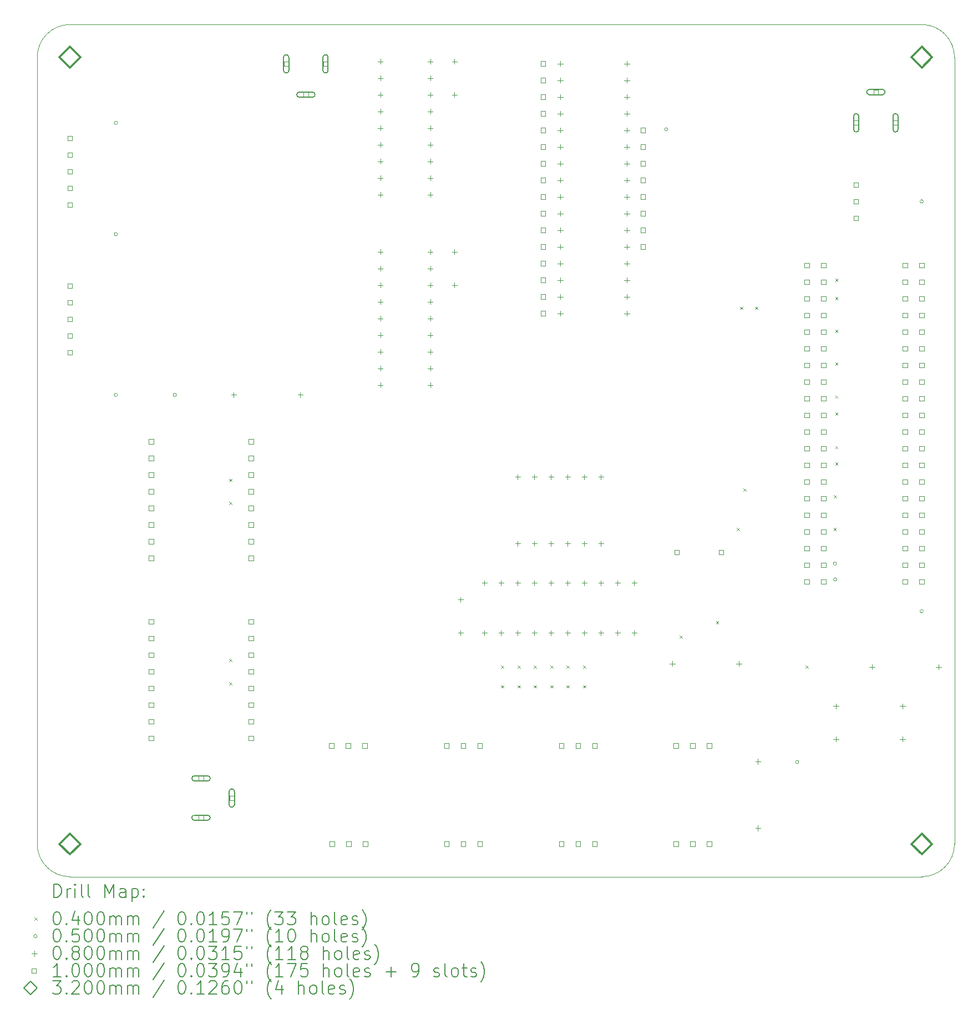
<source format=gbr>
%FSLAX45Y45*%
G04 Gerber Fmt 4.5, Leading zero omitted, Abs format (unit mm)*
G04 Created by KiCad (PCBNEW (6.0.2)) date 2023-01-22 22:47:31*
%MOMM*%
%LPD*%
G01*
G04 APERTURE LIST*
%TA.AperFunction,Profile*%
%ADD10C,0.050000*%
%TD*%
%ADD11C,0.200000*%
%ADD12C,0.040000*%
%ADD13C,0.050000*%
%ADD14C,0.080000*%
%ADD15C,0.100000*%
%ADD16C,0.320000*%
G04 APERTURE END LIST*
D10*
X20000000Y-4000000D02*
G75*
G03*
X19500000Y-3500000I-500000J0D01*
G01*
X19500000Y-16500000D02*
X6500000Y-16500000D01*
X6000000Y-16000000D02*
G75*
G03*
X6500000Y-16500000I500000J0D01*
G01*
X20000000Y-4000000D02*
X20000000Y-16000000D01*
X6000000Y-16000000D02*
X6000000Y-4000000D01*
X6500000Y-3500000D02*
G75*
G03*
X6000000Y-4000000I0J-500000D01*
G01*
X6500000Y-3500000D02*
X19500000Y-3500000D01*
X19500000Y-16500000D02*
G75*
G03*
X20000000Y-16000000I0J500000D01*
G01*
D11*
D12*
X8930000Y-10430000D02*
X8970000Y-10470000D01*
X8970000Y-10430000D02*
X8930000Y-10470000D01*
X8930000Y-10780000D02*
X8970000Y-10820000D01*
X8970000Y-10780000D02*
X8930000Y-10820000D01*
X8930000Y-13180000D02*
X8970000Y-13220000D01*
X8970000Y-13180000D02*
X8930000Y-13220000D01*
X8930000Y-13530000D02*
X8970000Y-13570000D01*
X8970000Y-13530000D02*
X8930000Y-13570000D01*
X13080000Y-13280000D02*
X13120000Y-13320000D01*
X13120000Y-13280000D02*
X13080000Y-13320000D01*
X13080000Y-13580000D02*
X13120000Y-13620000D01*
X13120000Y-13580000D02*
X13080000Y-13620000D01*
X13330000Y-13280000D02*
X13370000Y-13320000D01*
X13370000Y-13280000D02*
X13330000Y-13320000D01*
X13330000Y-13580000D02*
X13370000Y-13620000D01*
X13370000Y-13580000D02*
X13330000Y-13620000D01*
X13580000Y-13280000D02*
X13620000Y-13320000D01*
X13620000Y-13280000D02*
X13580000Y-13320000D01*
X13580000Y-13580000D02*
X13620000Y-13620000D01*
X13620000Y-13580000D02*
X13580000Y-13620000D01*
X13830000Y-13280000D02*
X13870000Y-13320000D01*
X13870000Y-13280000D02*
X13830000Y-13320000D01*
X13830000Y-13580000D02*
X13870000Y-13620000D01*
X13870000Y-13580000D02*
X13830000Y-13620000D01*
X14080000Y-13280000D02*
X14120000Y-13320000D01*
X14120000Y-13280000D02*
X14080000Y-13320000D01*
X14080000Y-13580000D02*
X14120000Y-13620000D01*
X14120000Y-13580000D02*
X14080000Y-13620000D01*
X14330000Y-13280000D02*
X14370000Y-13320000D01*
X14370000Y-13280000D02*
X14330000Y-13320000D01*
X14330000Y-13580000D02*
X14370000Y-13620000D01*
X14370000Y-13580000D02*
X14330000Y-13620000D01*
X15805000Y-12820000D02*
X15845000Y-12860000D01*
X15845000Y-12820000D02*
X15805000Y-12860000D01*
X16360000Y-12600000D02*
X16400000Y-12640000D01*
X16400000Y-12600000D02*
X16360000Y-12640000D01*
X16680000Y-11180000D02*
X16720000Y-11220000D01*
X16720000Y-11180000D02*
X16680000Y-11220000D01*
X16730000Y-7805000D02*
X16770000Y-7845000D01*
X16770000Y-7805000D02*
X16730000Y-7845000D01*
X16780000Y-10580000D02*
X16820000Y-10620000D01*
X16820000Y-10580000D02*
X16780000Y-10620000D01*
X16954462Y-7805538D02*
X16994462Y-7845538D01*
X16994462Y-7805538D02*
X16954462Y-7845538D01*
X17726000Y-13280000D02*
X17766000Y-13320000D01*
X17766000Y-13280000D02*
X17726000Y-13320000D01*
X18155000Y-11180000D02*
X18195000Y-11220000D01*
X18195000Y-11180000D02*
X18155000Y-11220000D01*
X18160000Y-10680000D02*
X18200000Y-10720000D01*
X18200000Y-10680000D02*
X18160000Y-10720000D01*
X18180000Y-7380000D02*
X18220000Y-7420000D01*
X18220000Y-7380000D02*
X18180000Y-7420000D01*
X18180000Y-7655000D02*
X18220000Y-7695000D01*
X18220000Y-7655000D02*
X18180000Y-7695000D01*
X18180000Y-8155000D02*
X18220000Y-8195000D01*
X18220000Y-8155000D02*
X18180000Y-8195000D01*
X18180000Y-8655000D02*
X18220000Y-8695000D01*
X18220000Y-8655000D02*
X18180000Y-8695000D01*
X18180000Y-9160000D02*
X18220000Y-9200000D01*
X18220000Y-9160000D02*
X18180000Y-9200000D01*
X18180000Y-9420000D02*
X18220000Y-9460000D01*
X18220000Y-9420000D02*
X18180000Y-9460000D01*
X18180000Y-9930000D02*
X18220000Y-9970000D01*
X18220000Y-9930000D02*
X18180000Y-9970000D01*
X18180000Y-10180000D02*
X18220000Y-10220000D01*
X18220000Y-10180000D02*
X18180000Y-10220000D01*
D13*
X7225000Y-5000000D02*
G75*
G03*
X7225000Y-5000000I-25000J0D01*
G01*
X7225000Y-6700000D02*
G75*
G03*
X7225000Y-6700000I-25000J0D01*
G01*
X7225000Y-9150000D02*
G75*
G03*
X7225000Y-9150000I-25000J0D01*
G01*
X8125000Y-9150000D02*
G75*
G03*
X8125000Y-9150000I-25000J0D01*
G01*
X15625000Y-5100000D02*
G75*
G03*
X15625000Y-5100000I-25000J0D01*
G01*
X17625000Y-14750000D02*
G75*
G03*
X17625000Y-14750000I-25000J0D01*
G01*
X18200000Y-11725000D02*
G75*
G03*
X18200000Y-11725000I-25000J0D01*
G01*
X18205000Y-11964999D02*
G75*
G03*
X18205000Y-11964999I-25000J0D01*
G01*
X19523500Y-6198500D02*
G75*
G03*
X19523500Y-6198500I-25000J0D01*
G01*
X19525000Y-12450000D02*
G75*
G03*
X19525000Y-12450000I-25000J0D01*
G01*
D14*
X9000000Y-9110000D02*
X9000000Y-9190000D01*
X8960000Y-9150000D02*
X9040000Y-9150000D01*
X10016000Y-9110000D02*
X10016000Y-9190000D01*
X9976000Y-9150000D02*
X10056000Y-9150000D01*
X11238000Y-4024000D02*
X11238000Y-4104000D01*
X11198000Y-4064000D02*
X11278000Y-4064000D01*
X11238000Y-4278000D02*
X11238000Y-4358000D01*
X11198000Y-4318000D02*
X11278000Y-4318000D01*
X11238000Y-4532000D02*
X11238000Y-4612000D01*
X11198000Y-4572000D02*
X11278000Y-4572000D01*
X11238000Y-4786000D02*
X11238000Y-4866000D01*
X11198000Y-4826000D02*
X11278000Y-4826000D01*
X11238000Y-5040000D02*
X11238000Y-5120000D01*
X11198000Y-5080000D02*
X11278000Y-5080000D01*
X11238000Y-5294000D02*
X11238000Y-5374000D01*
X11198000Y-5334000D02*
X11278000Y-5334000D01*
X11238000Y-5548000D02*
X11238000Y-5628000D01*
X11198000Y-5588000D02*
X11278000Y-5588000D01*
X11238000Y-5802000D02*
X11238000Y-5882000D01*
X11198000Y-5842000D02*
X11278000Y-5842000D01*
X11238000Y-6056000D02*
X11238000Y-6136000D01*
X11198000Y-6096000D02*
X11278000Y-6096000D01*
X11238000Y-6928000D02*
X11238000Y-7008000D01*
X11198000Y-6968000D02*
X11278000Y-6968000D01*
X11238000Y-7182000D02*
X11238000Y-7262000D01*
X11198000Y-7222000D02*
X11278000Y-7222000D01*
X11238000Y-7436000D02*
X11238000Y-7516000D01*
X11198000Y-7476000D02*
X11278000Y-7476000D01*
X11238000Y-7690000D02*
X11238000Y-7770000D01*
X11198000Y-7730000D02*
X11278000Y-7730000D01*
X11238000Y-7944000D02*
X11238000Y-8024000D01*
X11198000Y-7984000D02*
X11278000Y-7984000D01*
X11238000Y-8198000D02*
X11238000Y-8278000D01*
X11198000Y-8238000D02*
X11278000Y-8238000D01*
X11238000Y-8452000D02*
X11238000Y-8532000D01*
X11198000Y-8492000D02*
X11278000Y-8492000D01*
X11238000Y-8706000D02*
X11238000Y-8786000D01*
X11198000Y-8746000D02*
X11278000Y-8746000D01*
X11238000Y-8960000D02*
X11238000Y-9040000D01*
X11198000Y-9000000D02*
X11278000Y-9000000D01*
X12000000Y-4024000D02*
X12000000Y-4104000D01*
X11960000Y-4064000D02*
X12040000Y-4064000D01*
X12000000Y-4278000D02*
X12000000Y-4358000D01*
X11960000Y-4318000D02*
X12040000Y-4318000D01*
X12000000Y-4532000D02*
X12000000Y-4612000D01*
X11960000Y-4572000D02*
X12040000Y-4572000D01*
X12000000Y-4786000D02*
X12000000Y-4866000D01*
X11960000Y-4826000D02*
X12040000Y-4826000D01*
X12000000Y-5040000D02*
X12000000Y-5120000D01*
X11960000Y-5080000D02*
X12040000Y-5080000D01*
X12000000Y-5294000D02*
X12000000Y-5374000D01*
X11960000Y-5334000D02*
X12040000Y-5334000D01*
X12000000Y-5548000D02*
X12000000Y-5628000D01*
X11960000Y-5588000D02*
X12040000Y-5588000D01*
X12000000Y-5802000D02*
X12000000Y-5882000D01*
X11960000Y-5842000D02*
X12040000Y-5842000D01*
X12000000Y-6056000D02*
X12000000Y-6136000D01*
X11960000Y-6096000D02*
X12040000Y-6096000D01*
X12000000Y-6928000D02*
X12000000Y-7008000D01*
X11960000Y-6968000D02*
X12040000Y-6968000D01*
X12000000Y-7182000D02*
X12000000Y-7262000D01*
X11960000Y-7222000D02*
X12040000Y-7222000D01*
X12000000Y-7436000D02*
X12000000Y-7516000D01*
X11960000Y-7476000D02*
X12040000Y-7476000D01*
X12000000Y-7690000D02*
X12000000Y-7770000D01*
X11960000Y-7730000D02*
X12040000Y-7730000D01*
X12000000Y-7944000D02*
X12000000Y-8024000D01*
X11960000Y-7984000D02*
X12040000Y-7984000D01*
X12000000Y-8198000D02*
X12000000Y-8278000D01*
X11960000Y-8238000D02*
X12040000Y-8238000D01*
X12000000Y-8452000D02*
X12000000Y-8532000D01*
X11960000Y-8492000D02*
X12040000Y-8492000D01*
X12000000Y-8706000D02*
X12000000Y-8786000D01*
X11960000Y-8746000D02*
X12040000Y-8746000D01*
X12000000Y-8960000D02*
X12000000Y-9040000D01*
X11960000Y-9000000D02*
X12040000Y-9000000D01*
X12370000Y-4024000D02*
X12370000Y-4104000D01*
X12330000Y-4064000D02*
X12410000Y-4064000D01*
X12370000Y-4532000D02*
X12370000Y-4612000D01*
X12330000Y-4572000D02*
X12410000Y-4572000D01*
X12370000Y-6928000D02*
X12370000Y-7008000D01*
X12330000Y-6968000D02*
X12410000Y-6968000D01*
X12370000Y-7436000D02*
X12370000Y-7516000D01*
X12330000Y-7476000D02*
X12410000Y-7476000D01*
X12462500Y-12233000D02*
X12462500Y-12313000D01*
X12422500Y-12273000D02*
X12502500Y-12273000D01*
X12462500Y-12741000D02*
X12462500Y-12821000D01*
X12422500Y-12781000D02*
X12502500Y-12781000D01*
X12827500Y-11979000D02*
X12827500Y-12059000D01*
X12787500Y-12019000D02*
X12867500Y-12019000D01*
X12827500Y-12741000D02*
X12827500Y-12821000D01*
X12787500Y-12781000D02*
X12867500Y-12781000D01*
X13081500Y-11979000D02*
X13081500Y-12059000D01*
X13041500Y-12019000D02*
X13121500Y-12019000D01*
X13081500Y-12741000D02*
X13081500Y-12821000D01*
X13041500Y-12781000D02*
X13121500Y-12781000D01*
X13335500Y-10361000D02*
X13335500Y-10441000D01*
X13295500Y-10401000D02*
X13375500Y-10401000D01*
X13335500Y-11377000D02*
X13335500Y-11457000D01*
X13295500Y-11417000D02*
X13375500Y-11417000D01*
X13335500Y-11979000D02*
X13335500Y-12059000D01*
X13295500Y-12019000D02*
X13375500Y-12019000D01*
X13335500Y-12741000D02*
X13335500Y-12821000D01*
X13295500Y-12781000D02*
X13375500Y-12781000D01*
X13589500Y-10361000D02*
X13589500Y-10441000D01*
X13549500Y-10401000D02*
X13629500Y-10401000D01*
X13589500Y-11377000D02*
X13589500Y-11457000D01*
X13549500Y-11417000D02*
X13629500Y-11417000D01*
X13589500Y-11979000D02*
X13589500Y-12059000D01*
X13549500Y-12019000D02*
X13629500Y-12019000D01*
X13589500Y-12741000D02*
X13589500Y-12821000D01*
X13549500Y-12781000D02*
X13629500Y-12781000D01*
X13843500Y-10361000D02*
X13843500Y-10441000D01*
X13803500Y-10401000D02*
X13883500Y-10401000D01*
X13843500Y-11377000D02*
X13843500Y-11457000D01*
X13803500Y-11417000D02*
X13883500Y-11417000D01*
X13843500Y-11979000D02*
X13843500Y-12059000D01*
X13803500Y-12019000D02*
X13883500Y-12019000D01*
X13843500Y-12741000D02*
X13843500Y-12821000D01*
X13803500Y-12781000D02*
X13883500Y-12781000D01*
X13982000Y-4056000D02*
X13982000Y-4136000D01*
X13942000Y-4096000D02*
X14022000Y-4096000D01*
X13982000Y-4310000D02*
X13982000Y-4390000D01*
X13942000Y-4350000D02*
X14022000Y-4350000D01*
X13982000Y-4564000D02*
X13982000Y-4644000D01*
X13942000Y-4604000D02*
X14022000Y-4604000D01*
X13982000Y-4818000D02*
X13982000Y-4898000D01*
X13942000Y-4858000D02*
X14022000Y-4858000D01*
X13982000Y-5072000D02*
X13982000Y-5152000D01*
X13942000Y-5112000D02*
X14022000Y-5112000D01*
X13982000Y-5326000D02*
X13982000Y-5406000D01*
X13942000Y-5366000D02*
X14022000Y-5366000D01*
X13982000Y-5580000D02*
X13982000Y-5660000D01*
X13942000Y-5620000D02*
X14022000Y-5620000D01*
X13982000Y-5834000D02*
X13982000Y-5914000D01*
X13942000Y-5874000D02*
X14022000Y-5874000D01*
X13982000Y-6088000D02*
X13982000Y-6168000D01*
X13942000Y-6128000D02*
X14022000Y-6128000D01*
X13982000Y-6342000D02*
X13982000Y-6422000D01*
X13942000Y-6382000D02*
X14022000Y-6382000D01*
X13982000Y-6596000D02*
X13982000Y-6676000D01*
X13942000Y-6636000D02*
X14022000Y-6636000D01*
X13982000Y-6850000D02*
X13982000Y-6930000D01*
X13942000Y-6890000D02*
X14022000Y-6890000D01*
X13982000Y-7104000D02*
X13982000Y-7184000D01*
X13942000Y-7144000D02*
X14022000Y-7144000D01*
X13982000Y-7358000D02*
X13982000Y-7438000D01*
X13942000Y-7398000D02*
X14022000Y-7398000D01*
X13982000Y-7612000D02*
X13982000Y-7692000D01*
X13942000Y-7652000D02*
X14022000Y-7652000D01*
X13982000Y-7866000D02*
X13982000Y-7946000D01*
X13942000Y-7906000D02*
X14022000Y-7906000D01*
X14097500Y-10361000D02*
X14097500Y-10441000D01*
X14057500Y-10401000D02*
X14137500Y-10401000D01*
X14097500Y-11377000D02*
X14097500Y-11457000D01*
X14057500Y-11417000D02*
X14137500Y-11417000D01*
X14097500Y-11979000D02*
X14097500Y-12059000D01*
X14057500Y-12019000D02*
X14137500Y-12019000D01*
X14097500Y-12741000D02*
X14097500Y-12821000D01*
X14057500Y-12781000D02*
X14137500Y-12781000D01*
X14351500Y-10361000D02*
X14351500Y-10441000D01*
X14311500Y-10401000D02*
X14391500Y-10401000D01*
X14351500Y-11377000D02*
X14351500Y-11457000D01*
X14311500Y-11417000D02*
X14391500Y-11417000D01*
X14351500Y-11979000D02*
X14351500Y-12059000D01*
X14311500Y-12019000D02*
X14391500Y-12019000D01*
X14351500Y-12741000D02*
X14351500Y-12821000D01*
X14311500Y-12781000D02*
X14391500Y-12781000D01*
X14605500Y-10361000D02*
X14605500Y-10441000D01*
X14565500Y-10401000D02*
X14645500Y-10401000D01*
X14605500Y-11377000D02*
X14605500Y-11457000D01*
X14565500Y-11417000D02*
X14645500Y-11417000D01*
X14605500Y-11979000D02*
X14605500Y-12059000D01*
X14565500Y-12019000D02*
X14645500Y-12019000D01*
X14605500Y-12741000D02*
X14605500Y-12821000D01*
X14565500Y-12781000D02*
X14645500Y-12781000D01*
X14859500Y-11979000D02*
X14859500Y-12059000D01*
X14819500Y-12019000D02*
X14899500Y-12019000D01*
X14859500Y-12741000D02*
X14859500Y-12821000D01*
X14819500Y-12781000D02*
X14899500Y-12781000D01*
X14998000Y-4056000D02*
X14998000Y-4136000D01*
X14958000Y-4096000D02*
X15038000Y-4096000D01*
X14998000Y-4310000D02*
X14998000Y-4390000D01*
X14958000Y-4350000D02*
X15038000Y-4350000D01*
X14998000Y-4564000D02*
X14998000Y-4644000D01*
X14958000Y-4604000D02*
X15038000Y-4604000D01*
X14998000Y-4818000D02*
X14998000Y-4898000D01*
X14958000Y-4858000D02*
X15038000Y-4858000D01*
X14998000Y-5072000D02*
X14998000Y-5152000D01*
X14958000Y-5112000D02*
X15038000Y-5112000D01*
X14998000Y-5326000D02*
X14998000Y-5406000D01*
X14958000Y-5366000D02*
X15038000Y-5366000D01*
X14998000Y-5580000D02*
X14998000Y-5660000D01*
X14958000Y-5620000D02*
X15038000Y-5620000D01*
X14998000Y-5834000D02*
X14998000Y-5914000D01*
X14958000Y-5874000D02*
X15038000Y-5874000D01*
X14998000Y-6088000D02*
X14998000Y-6168000D01*
X14958000Y-6128000D02*
X15038000Y-6128000D01*
X14998000Y-6342000D02*
X14998000Y-6422000D01*
X14958000Y-6382000D02*
X15038000Y-6382000D01*
X14998000Y-6596000D02*
X14998000Y-6676000D01*
X14958000Y-6636000D02*
X15038000Y-6636000D01*
X14998000Y-6850000D02*
X14998000Y-6930000D01*
X14958000Y-6890000D02*
X15038000Y-6890000D01*
X14998000Y-7104000D02*
X14998000Y-7184000D01*
X14958000Y-7144000D02*
X15038000Y-7144000D01*
X14998000Y-7358000D02*
X14998000Y-7438000D01*
X14958000Y-7398000D02*
X15038000Y-7398000D01*
X14998000Y-7612000D02*
X14998000Y-7692000D01*
X14958000Y-7652000D02*
X15038000Y-7652000D01*
X14998000Y-7866000D02*
X14998000Y-7946000D01*
X14958000Y-7906000D02*
X15038000Y-7906000D01*
X15113500Y-11979000D02*
X15113500Y-12059000D01*
X15073500Y-12019000D02*
X15153500Y-12019000D01*
X15113500Y-12741000D02*
X15113500Y-12821000D01*
X15073500Y-12781000D02*
X15153500Y-12781000D01*
X15692000Y-13210000D02*
X15692000Y-13290000D01*
X15652000Y-13250000D02*
X15732000Y-13250000D01*
X16708000Y-13210000D02*
X16708000Y-13290000D01*
X16668000Y-13250000D02*
X16748000Y-13250000D01*
X17000000Y-14702000D02*
X17000000Y-14782000D01*
X16960000Y-14742000D02*
X17040000Y-14742000D01*
X17000000Y-15718000D02*
X17000000Y-15798000D01*
X16960000Y-15758000D02*
X17040000Y-15758000D01*
X18192000Y-13860000D02*
X18192000Y-13940000D01*
X18152000Y-13900000D02*
X18232000Y-13900000D01*
X18192000Y-14360000D02*
X18192000Y-14440000D01*
X18152000Y-14400000D02*
X18232000Y-14400000D01*
X18742000Y-13260000D02*
X18742000Y-13340000D01*
X18702000Y-13300000D02*
X18782000Y-13300000D01*
X19208000Y-13860000D02*
X19208000Y-13940000D01*
X19168000Y-13900000D02*
X19248000Y-13900000D01*
X19208000Y-14360000D02*
X19208000Y-14440000D01*
X19168000Y-14400000D02*
X19248000Y-14400000D01*
X19758000Y-13260000D02*
X19758000Y-13340000D01*
X19718000Y-13300000D02*
X19798000Y-13300000D01*
D15*
X6535356Y-5269356D02*
X6535356Y-5198644D01*
X6464644Y-5198644D01*
X6464644Y-5269356D01*
X6535356Y-5269356D01*
X6535356Y-5523356D02*
X6535356Y-5452644D01*
X6464644Y-5452644D01*
X6464644Y-5523356D01*
X6535356Y-5523356D01*
X6535356Y-5777356D02*
X6535356Y-5706644D01*
X6464644Y-5706644D01*
X6464644Y-5777356D01*
X6535356Y-5777356D01*
X6535356Y-6031356D02*
X6535356Y-5960644D01*
X6464644Y-5960644D01*
X6464644Y-6031356D01*
X6535356Y-6031356D01*
X6535356Y-6285356D02*
X6535356Y-6214644D01*
X6464644Y-6214644D01*
X6464644Y-6285356D01*
X6535356Y-6285356D01*
X6535356Y-7519356D02*
X6535356Y-7448644D01*
X6464644Y-7448644D01*
X6464644Y-7519356D01*
X6535356Y-7519356D01*
X6535356Y-7773356D02*
X6535356Y-7702644D01*
X6464644Y-7702644D01*
X6464644Y-7773356D01*
X6535356Y-7773356D01*
X6535356Y-8027356D02*
X6535356Y-7956644D01*
X6464644Y-7956644D01*
X6464644Y-8027356D01*
X6535356Y-8027356D01*
X6535356Y-8281356D02*
X6535356Y-8210644D01*
X6464644Y-8210644D01*
X6464644Y-8281356D01*
X6535356Y-8281356D01*
X6535356Y-8535356D02*
X6535356Y-8464644D01*
X6464644Y-8464644D01*
X6464644Y-8535356D01*
X6535356Y-8535356D01*
X7773356Y-9896356D02*
X7773356Y-9825644D01*
X7702644Y-9825644D01*
X7702644Y-9896356D01*
X7773356Y-9896356D01*
X7773356Y-10150356D02*
X7773356Y-10079644D01*
X7702644Y-10079644D01*
X7702644Y-10150356D01*
X7773356Y-10150356D01*
X7773356Y-10404356D02*
X7773356Y-10333644D01*
X7702644Y-10333644D01*
X7702644Y-10404356D01*
X7773356Y-10404356D01*
X7773356Y-10658356D02*
X7773356Y-10587644D01*
X7702644Y-10587644D01*
X7702644Y-10658356D01*
X7773356Y-10658356D01*
X7773356Y-10912356D02*
X7773356Y-10841644D01*
X7702644Y-10841644D01*
X7702644Y-10912356D01*
X7773356Y-10912356D01*
X7773356Y-11166356D02*
X7773356Y-11095644D01*
X7702644Y-11095644D01*
X7702644Y-11166356D01*
X7773356Y-11166356D01*
X7773356Y-11420356D02*
X7773356Y-11349644D01*
X7702644Y-11349644D01*
X7702644Y-11420356D01*
X7773356Y-11420356D01*
X7773356Y-11674356D02*
X7773356Y-11603644D01*
X7702644Y-11603644D01*
X7702644Y-11674356D01*
X7773356Y-11674356D01*
X7773356Y-12646356D02*
X7773356Y-12575644D01*
X7702644Y-12575644D01*
X7702644Y-12646356D01*
X7773356Y-12646356D01*
X7773356Y-12900356D02*
X7773356Y-12829644D01*
X7702644Y-12829644D01*
X7702644Y-12900356D01*
X7773356Y-12900356D01*
X7773356Y-13154356D02*
X7773356Y-13083644D01*
X7702644Y-13083644D01*
X7702644Y-13154356D01*
X7773356Y-13154356D01*
X7773356Y-13408356D02*
X7773356Y-13337644D01*
X7702644Y-13337644D01*
X7702644Y-13408356D01*
X7773356Y-13408356D01*
X7773356Y-13662356D02*
X7773356Y-13591644D01*
X7702644Y-13591644D01*
X7702644Y-13662356D01*
X7773356Y-13662356D01*
X7773356Y-13916356D02*
X7773356Y-13845644D01*
X7702644Y-13845644D01*
X7702644Y-13916356D01*
X7773356Y-13916356D01*
X7773356Y-14170356D02*
X7773356Y-14099644D01*
X7702644Y-14099644D01*
X7702644Y-14170356D01*
X7773356Y-14170356D01*
X7773356Y-14424356D02*
X7773356Y-14353644D01*
X7702644Y-14353644D01*
X7702644Y-14424356D01*
X7773356Y-14424356D01*
X8535356Y-15035356D02*
X8535356Y-14964644D01*
X8464644Y-14964644D01*
X8464644Y-15035356D01*
X8535356Y-15035356D01*
D11*
X8400000Y-15040000D02*
X8600000Y-15040000D01*
X8400000Y-14960000D02*
X8600000Y-14960000D01*
X8600000Y-15040000D02*
G75*
G03*
X8600000Y-14960000I0J40000D01*
G01*
X8400000Y-14960000D02*
G75*
G03*
X8400000Y-15040000I0J-40000D01*
G01*
D15*
X8535356Y-15635356D02*
X8535356Y-15564644D01*
X8464644Y-15564644D01*
X8464644Y-15635356D01*
X8535356Y-15635356D01*
D11*
X8400000Y-15640000D02*
X8600000Y-15640000D01*
X8400000Y-15560000D02*
X8600000Y-15560000D01*
X8600000Y-15640000D02*
G75*
G03*
X8600000Y-15560000I0J40000D01*
G01*
X8400000Y-15560000D02*
G75*
G03*
X8400000Y-15640000I0J-40000D01*
G01*
D15*
X9005356Y-15335356D02*
X9005356Y-15264644D01*
X8934644Y-15264644D01*
X8934644Y-15335356D01*
X9005356Y-15335356D01*
D11*
X9010000Y-15400000D02*
X9010000Y-15200000D01*
X8930000Y-15400000D02*
X8930000Y-15200000D01*
X9010000Y-15200000D02*
G75*
G03*
X8930000Y-15200000I-40000J0D01*
G01*
X8930000Y-15400000D02*
G75*
G03*
X9010000Y-15400000I40000J0D01*
G01*
D15*
X9297356Y-9896356D02*
X9297356Y-9825644D01*
X9226644Y-9825644D01*
X9226644Y-9896356D01*
X9297356Y-9896356D01*
X9297356Y-10150356D02*
X9297356Y-10079644D01*
X9226644Y-10079644D01*
X9226644Y-10150356D01*
X9297356Y-10150356D01*
X9297356Y-10404356D02*
X9297356Y-10333644D01*
X9226644Y-10333644D01*
X9226644Y-10404356D01*
X9297356Y-10404356D01*
X9297356Y-10658356D02*
X9297356Y-10587644D01*
X9226644Y-10587644D01*
X9226644Y-10658356D01*
X9297356Y-10658356D01*
X9297356Y-10912356D02*
X9297356Y-10841644D01*
X9226644Y-10841644D01*
X9226644Y-10912356D01*
X9297356Y-10912356D01*
X9297356Y-11166356D02*
X9297356Y-11095644D01*
X9226644Y-11095644D01*
X9226644Y-11166356D01*
X9297356Y-11166356D01*
X9297356Y-11420356D02*
X9297356Y-11349644D01*
X9226644Y-11349644D01*
X9226644Y-11420356D01*
X9297356Y-11420356D01*
X9297356Y-11674356D02*
X9297356Y-11603644D01*
X9226644Y-11603644D01*
X9226644Y-11674356D01*
X9297356Y-11674356D01*
X9297356Y-12646356D02*
X9297356Y-12575644D01*
X9226644Y-12575644D01*
X9226644Y-12646356D01*
X9297356Y-12646356D01*
X9297356Y-12900356D02*
X9297356Y-12829644D01*
X9226644Y-12829644D01*
X9226644Y-12900356D01*
X9297356Y-12900356D01*
X9297356Y-13154356D02*
X9297356Y-13083644D01*
X9226644Y-13083644D01*
X9226644Y-13154356D01*
X9297356Y-13154356D01*
X9297356Y-13408356D02*
X9297356Y-13337644D01*
X9226644Y-13337644D01*
X9226644Y-13408356D01*
X9297356Y-13408356D01*
X9297356Y-13662356D02*
X9297356Y-13591644D01*
X9226644Y-13591644D01*
X9226644Y-13662356D01*
X9297356Y-13662356D01*
X9297356Y-13916356D02*
X9297356Y-13845644D01*
X9226644Y-13845644D01*
X9226644Y-13916356D01*
X9297356Y-13916356D01*
X9297356Y-14170356D02*
X9297356Y-14099644D01*
X9226644Y-14099644D01*
X9226644Y-14170356D01*
X9297356Y-14170356D01*
X9297356Y-14424356D02*
X9297356Y-14353644D01*
X9226644Y-14353644D01*
X9226644Y-14424356D01*
X9297356Y-14424356D01*
X9835356Y-4135356D02*
X9835356Y-4064644D01*
X9764644Y-4064644D01*
X9764644Y-4135356D01*
X9835356Y-4135356D01*
D11*
X9760000Y-4000000D02*
X9760000Y-4200000D01*
X9840000Y-4000000D02*
X9840000Y-4200000D01*
X9760000Y-4200000D02*
G75*
G03*
X9840000Y-4200000I40000J0D01*
G01*
X9840000Y-4000000D02*
G75*
G03*
X9760000Y-4000000I-40000J0D01*
G01*
D15*
X10135356Y-4605356D02*
X10135356Y-4534644D01*
X10064644Y-4534644D01*
X10064644Y-4605356D01*
X10135356Y-4605356D01*
D11*
X10000000Y-4610000D02*
X10200000Y-4610000D01*
X10000000Y-4530000D02*
X10200000Y-4530000D01*
X10200000Y-4610000D02*
G75*
G03*
X10200000Y-4530000I0J40000D01*
G01*
X10000000Y-4530000D02*
G75*
G03*
X10000000Y-4610000I0J-40000D01*
G01*
D15*
X10435356Y-4135356D02*
X10435356Y-4064644D01*
X10364644Y-4064644D01*
X10364644Y-4135356D01*
X10435356Y-4135356D01*
D11*
X10360000Y-4000000D02*
X10360000Y-4200000D01*
X10440000Y-4000000D02*
X10440000Y-4200000D01*
X10360000Y-4200000D02*
G75*
G03*
X10440000Y-4200000I40000J0D01*
G01*
X10440000Y-4000000D02*
G75*
G03*
X10360000Y-4000000I-40000J0D01*
G01*
D15*
X10527356Y-14535356D02*
X10527356Y-14464644D01*
X10456644Y-14464644D01*
X10456644Y-14535356D01*
X10527356Y-14535356D01*
X10535356Y-16035356D02*
X10535356Y-15964644D01*
X10464644Y-15964644D01*
X10464644Y-16035356D01*
X10535356Y-16035356D01*
X10781356Y-14535356D02*
X10781356Y-14464644D01*
X10710644Y-14464644D01*
X10710644Y-14535356D01*
X10781356Y-14535356D01*
X10789356Y-16035356D02*
X10789356Y-15964644D01*
X10718644Y-15964644D01*
X10718644Y-16035356D01*
X10789356Y-16035356D01*
X11035356Y-14535356D02*
X11035356Y-14464644D01*
X10964644Y-14464644D01*
X10964644Y-14535356D01*
X11035356Y-14535356D01*
X11043356Y-16035356D02*
X11043356Y-15964644D01*
X10972644Y-15964644D01*
X10972644Y-16035356D01*
X11043356Y-16035356D01*
X12285356Y-14535356D02*
X12285356Y-14464644D01*
X12214644Y-14464644D01*
X12214644Y-14535356D01*
X12285356Y-14535356D01*
X12285356Y-16035356D02*
X12285356Y-15964644D01*
X12214644Y-15964644D01*
X12214644Y-16035356D01*
X12285356Y-16035356D01*
X12539356Y-14535356D02*
X12539356Y-14464644D01*
X12468644Y-14464644D01*
X12468644Y-14535356D01*
X12539356Y-14535356D01*
X12539356Y-16035356D02*
X12539356Y-15964644D01*
X12468644Y-15964644D01*
X12468644Y-16035356D01*
X12539356Y-16035356D01*
X12793356Y-14535356D02*
X12793356Y-14464644D01*
X12722644Y-14464644D01*
X12722644Y-14535356D01*
X12793356Y-14535356D01*
X12793356Y-16035356D02*
X12793356Y-15964644D01*
X12722644Y-15964644D01*
X12722644Y-16035356D01*
X12793356Y-16035356D01*
X13757356Y-4130356D02*
X13757356Y-4059644D01*
X13686644Y-4059644D01*
X13686644Y-4130356D01*
X13757356Y-4130356D01*
X13757356Y-4384356D02*
X13757356Y-4313644D01*
X13686644Y-4313644D01*
X13686644Y-4384356D01*
X13757356Y-4384356D01*
X13757356Y-4638356D02*
X13757356Y-4567644D01*
X13686644Y-4567644D01*
X13686644Y-4638356D01*
X13757356Y-4638356D01*
X13757356Y-4892356D02*
X13757356Y-4821644D01*
X13686644Y-4821644D01*
X13686644Y-4892356D01*
X13757356Y-4892356D01*
X13757356Y-5146356D02*
X13757356Y-5075644D01*
X13686644Y-5075644D01*
X13686644Y-5146356D01*
X13757356Y-5146356D01*
X13757356Y-5400356D02*
X13757356Y-5329644D01*
X13686644Y-5329644D01*
X13686644Y-5400356D01*
X13757356Y-5400356D01*
X13757356Y-5654356D02*
X13757356Y-5583644D01*
X13686644Y-5583644D01*
X13686644Y-5654356D01*
X13757356Y-5654356D01*
X13757356Y-5908356D02*
X13757356Y-5837644D01*
X13686644Y-5837644D01*
X13686644Y-5908356D01*
X13757356Y-5908356D01*
X13757356Y-6162356D02*
X13757356Y-6091644D01*
X13686644Y-6091644D01*
X13686644Y-6162356D01*
X13757356Y-6162356D01*
X13757356Y-6416356D02*
X13757356Y-6345644D01*
X13686644Y-6345644D01*
X13686644Y-6416356D01*
X13757356Y-6416356D01*
X13757356Y-6670356D02*
X13757356Y-6599644D01*
X13686644Y-6599644D01*
X13686644Y-6670356D01*
X13757356Y-6670356D01*
X13757356Y-6924356D02*
X13757356Y-6853644D01*
X13686644Y-6853644D01*
X13686644Y-6924356D01*
X13757356Y-6924356D01*
X13757356Y-7178356D02*
X13757356Y-7107644D01*
X13686644Y-7107644D01*
X13686644Y-7178356D01*
X13757356Y-7178356D01*
X13757356Y-7432356D02*
X13757356Y-7361644D01*
X13686644Y-7361644D01*
X13686644Y-7432356D01*
X13757356Y-7432356D01*
X13757356Y-7686356D02*
X13757356Y-7615644D01*
X13686644Y-7615644D01*
X13686644Y-7686356D01*
X13757356Y-7686356D01*
X13757356Y-7940356D02*
X13757356Y-7869644D01*
X13686644Y-7869644D01*
X13686644Y-7940356D01*
X13757356Y-7940356D01*
X14035356Y-14535356D02*
X14035356Y-14464644D01*
X13964644Y-14464644D01*
X13964644Y-14535356D01*
X14035356Y-14535356D01*
X14035356Y-16035356D02*
X14035356Y-15964644D01*
X13964644Y-15964644D01*
X13964644Y-16035356D01*
X14035356Y-16035356D01*
X14289356Y-14535356D02*
X14289356Y-14464644D01*
X14218644Y-14464644D01*
X14218644Y-14535356D01*
X14289356Y-14535356D01*
X14289356Y-16035356D02*
X14289356Y-15964644D01*
X14218644Y-15964644D01*
X14218644Y-16035356D01*
X14289356Y-16035356D01*
X14543356Y-14535356D02*
X14543356Y-14464644D01*
X14472644Y-14464644D01*
X14472644Y-14535356D01*
X14543356Y-14535356D01*
X14543356Y-16035356D02*
X14543356Y-15964644D01*
X14472644Y-15964644D01*
X14472644Y-16035356D01*
X14543356Y-16035356D01*
X15281356Y-5146356D02*
X15281356Y-5075644D01*
X15210644Y-5075644D01*
X15210644Y-5146356D01*
X15281356Y-5146356D01*
X15281356Y-5400356D02*
X15281356Y-5329644D01*
X15210644Y-5329644D01*
X15210644Y-5400356D01*
X15281356Y-5400356D01*
X15281356Y-5654356D02*
X15281356Y-5583644D01*
X15210644Y-5583644D01*
X15210644Y-5654356D01*
X15281356Y-5654356D01*
X15281356Y-5908356D02*
X15281356Y-5837644D01*
X15210644Y-5837644D01*
X15210644Y-5908356D01*
X15281356Y-5908356D01*
X15281356Y-6162356D02*
X15281356Y-6091644D01*
X15210644Y-6091644D01*
X15210644Y-6162356D01*
X15281356Y-6162356D01*
X15281356Y-6416356D02*
X15281356Y-6345644D01*
X15210644Y-6345644D01*
X15210644Y-6416356D01*
X15281356Y-6416356D01*
X15281356Y-6670356D02*
X15281356Y-6599644D01*
X15210644Y-6599644D01*
X15210644Y-6670356D01*
X15281356Y-6670356D01*
X15281356Y-6924356D02*
X15281356Y-6853644D01*
X15210644Y-6853644D01*
X15210644Y-6924356D01*
X15281356Y-6924356D01*
X15785356Y-14535356D02*
X15785356Y-14464644D01*
X15714644Y-14464644D01*
X15714644Y-14535356D01*
X15785356Y-14535356D01*
X15785356Y-16035356D02*
X15785356Y-15964644D01*
X15714644Y-15964644D01*
X15714644Y-16035356D01*
X15785356Y-16035356D01*
X15794356Y-11585356D02*
X15794356Y-11514644D01*
X15723644Y-11514644D01*
X15723644Y-11585356D01*
X15794356Y-11585356D01*
X16039356Y-14535356D02*
X16039356Y-14464644D01*
X15968644Y-14464644D01*
X15968644Y-14535356D01*
X16039356Y-14535356D01*
X16039356Y-16035356D02*
X16039356Y-15964644D01*
X15968644Y-15964644D01*
X15968644Y-16035356D01*
X16039356Y-16035356D01*
X16293356Y-14535356D02*
X16293356Y-14464644D01*
X16222644Y-14464644D01*
X16222644Y-14535356D01*
X16293356Y-14535356D01*
X16293356Y-16035356D02*
X16293356Y-15964644D01*
X16222644Y-15964644D01*
X16222644Y-16035356D01*
X16293356Y-16035356D01*
X16476356Y-11585356D02*
X16476356Y-11514644D01*
X16405644Y-11514644D01*
X16405644Y-11585356D01*
X16476356Y-11585356D01*
X17781356Y-7209356D02*
X17781356Y-7138644D01*
X17710644Y-7138644D01*
X17710644Y-7209356D01*
X17781356Y-7209356D01*
X17781356Y-7463356D02*
X17781356Y-7392644D01*
X17710644Y-7392644D01*
X17710644Y-7463356D01*
X17781356Y-7463356D01*
X17781356Y-7717356D02*
X17781356Y-7646644D01*
X17710644Y-7646644D01*
X17710644Y-7717356D01*
X17781356Y-7717356D01*
X17781356Y-7971356D02*
X17781356Y-7900644D01*
X17710644Y-7900644D01*
X17710644Y-7971356D01*
X17781356Y-7971356D01*
X17781356Y-8225356D02*
X17781356Y-8154644D01*
X17710644Y-8154644D01*
X17710644Y-8225356D01*
X17781356Y-8225356D01*
X17781356Y-8479356D02*
X17781356Y-8408644D01*
X17710644Y-8408644D01*
X17710644Y-8479356D01*
X17781356Y-8479356D01*
X17781356Y-8733356D02*
X17781356Y-8662644D01*
X17710644Y-8662644D01*
X17710644Y-8733356D01*
X17781356Y-8733356D01*
X17781356Y-8987356D02*
X17781356Y-8916644D01*
X17710644Y-8916644D01*
X17710644Y-8987356D01*
X17781356Y-8987356D01*
X17781356Y-9241356D02*
X17781356Y-9170644D01*
X17710644Y-9170644D01*
X17710644Y-9241356D01*
X17781356Y-9241356D01*
X17781356Y-9495356D02*
X17781356Y-9424644D01*
X17710644Y-9424644D01*
X17710644Y-9495356D01*
X17781356Y-9495356D01*
X17781356Y-9749356D02*
X17781356Y-9678644D01*
X17710644Y-9678644D01*
X17710644Y-9749356D01*
X17781356Y-9749356D01*
X17781356Y-10003356D02*
X17781356Y-9932644D01*
X17710644Y-9932644D01*
X17710644Y-10003356D01*
X17781356Y-10003356D01*
X17781356Y-10257356D02*
X17781356Y-10186644D01*
X17710644Y-10186644D01*
X17710644Y-10257356D01*
X17781356Y-10257356D01*
X17781356Y-10511356D02*
X17781356Y-10440644D01*
X17710644Y-10440644D01*
X17710644Y-10511356D01*
X17781356Y-10511356D01*
X17781356Y-10765356D02*
X17781356Y-10694644D01*
X17710644Y-10694644D01*
X17710644Y-10765356D01*
X17781356Y-10765356D01*
X17781356Y-11019356D02*
X17781356Y-10948644D01*
X17710644Y-10948644D01*
X17710644Y-11019356D01*
X17781356Y-11019356D01*
X17781356Y-11273356D02*
X17781356Y-11202644D01*
X17710644Y-11202644D01*
X17710644Y-11273356D01*
X17781356Y-11273356D01*
X17781356Y-11527356D02*
X17781356Y-11456644D01*
X17710644Y-11456644D01*
X17710644Y-11527356D01*
X17781356Y-11527356D01*
X17781356Y-11781356D02*
X17781356Y-11710644D01*
X17710644Y-11710644D01*
X17710644Y-11781356D01*
X17781356Y-11781356D01*
X17781356Y-12035356D02*
X17781356Y-11964644D01*
X17710644Y-11964644D01*
X17710644Y-12035356D01*
X17781356Y-12035356D01*
X18035356Y-7209356D02*
X18035356Y-7138644D01*
X17964644Y-7138644D01*
X17964644Y-7209356D01*
X18035356Y-7209356D01*
X18035356Y-7463356D02*
X18035356Y-7392644D01*
X17964644Y-7392644D01*
X17964644Y-7463356D01*
X18035356Y-7463356D01*
X18035356Y-7717356D02*
X18035356Y-7646644D01*
X17964644Y-7646644D01*
X17964644Y-7717356D01*
X18035356Y-7717356D01*
X18035356Y-7971356D02*
X18035356Y-7900644D01*
X17964644Y-7900644D01*
X17964644Y-7971356D01*
X18035356Y-7971356D01*
X18035356Y-8225356D02*
X18035356Y-8154644D01*
X17964644Y-8154644D01*
X17964644Y-8225356D01*
X18035356Y-8225356D01*
X18035356Y-8479356D02*
X18035356Y-8408644D01*
X17964644Y-8408644D01*
X17964644Y-8479356D01*
X18035356Y-8479356D01*
X18035356Y-8733356D02*
X18035356Y-8662644D01*
X17964644Y-8662644D01*
X17964644Y-8733356D01*
X18035356Y-8733356D01*
X18035356Y-8987356D02*
X18035356Y-8916644D01*
X17964644Y-8916644D01*
X17964644Y-8987356D01*
X18035356Y-8987356D01*
X18035356Y-9241356D02*
X18035356Y-9170644D01*
X17964644Y-9170644D01*
X17964644Y-9241356D01*
X18035356Y-9241356D01*
X18035356Y-9495356D02*
X18035356Y-9424644D01*
X17964644Y-9424644D01*
X17964644Y-9495356D01*
X18035356Y-9495356D01*
X18035356Y-9749356D02*
X18035356Y-9678644D01*
X17964644Y-9678644D01*
X17964644Y-9749356D01*
X18035356Y-9749356D01*
X18035356Y-10003356D02*
X18035356Y-9932644D01*
X17964644Y-9932644D01*
X17964644Y-10003356D01*
X18035356Y-10003356D01*
X18035356Y-10257356D02*
X18035356Y-10186644D01*
X17964644Y-10186644D01*
X17964644Y-10257356D01*
X18035356Y-10257356D01*
X18035356Y-10511356D02*
X18035356Y-10440644D01*
X17964644Y-10440644D01*
X17964644Y-10511356D01*
X18035356Y-10511356D01*
X18035356Y-10765356D02*
X18035356Y-10694644D01*
X17964644Y-10694644D01*
X17964644Y-10765356D01*
X18035356Y-10765356D01*
X18035356Y-11019356D02*
X18035356Y-10948644D01*
X17964644Y-10948644D01*
X17964644Y-11019356D01*
X18035356Y-11019356D01*
X18035356Y-11273356D02*
X18035356Y-11202644D01*
X17964644Y-11202644D01*
X17964644Y-11273356D01*
X18035356Y-11273356D01*
X18035356Y-11527356D02*
X18035356Y-11456644D01*
X17964644Y-11456644D01*
X17964644Y-11527356D01*
X18035356Y-11527356D01*
X18035356Y-11781356D02*
X18035356Y-11710644D01*
X17964644Y-11710644D01*
X17964644Y-11781356D01*
X18035356Y-11781356D01*
X18035356Y-12035356D02*
X18035356Y-11964644D01*
X17964644Y-11964644D01*
X17964644Y-12035356D01*
X18035356Y-12035356D01*
X18532856Y-5979856D02*
X18532856Y-5909144D01*
X18462144Y-5909144D01*
X18462144Y-5979856D01*
X18532856Y-5979856D01*
X18532856Y-6233856D02*
X18532856Y-6163144D01*
X18462144Y-6163144D01*
X18462144Y-6233856D01*
X18532856Y-6233856D01*
X18532856Y-6487856D02*
X18532856Y-6417144D01*
X18462144Y-6417144D01*
X18462144Y-6487856D01*
X18532856Y-6487856D01*
X18535356Y-5035356D02*
X18535356Y-4964644D01*
X18464644Y-4964644D01*
X18464644Y-5035356D01*
X18535356Y-5035356D01*
D11*
X18540000Y-5100000D02*
X18540000Y-4900000D01*
X18460000Y-5100000D02*
X18460000Y-4900000D01*
X18540000Y-4900000D02*
G75*
G03*
X18460000Y-4900000I-40000J0D01*
G01*
X18460000Y-5100000D02*
G75*
G03*
X18540000Y-5100000I40000J0D01*
G01*
D15*
X18835356Y-4565356D02*
X18835356Y-4494644D01*
X18764644Y-4494644D01*
X18764644Y-4565356D01*
X18835356Y-4565356D01*
D11*
X18900000Y-4490000D02*
X18700000Y-4490000D01*
X18900000Y-4570000D02*
X18700000Y-4570000D01*
X18700000Y-4490000D02*
G75*
G03*
X18700000Y-4570000I0J-40000D01*
G01*
X18900000Y-4570000D02*
G75*
G03*
X18900000Y-4490000I0J40000D01*
G01*
D15*
X19135356Y-5035356D02*
X19135356Y-4964644D01*
X19064644Y-4964644D01*
X19064644Y-5035356D01*
X19135356Y-5035356D01*
D11*
X19140000Y-5100000D02*
X19140000Y-4900000D01*
X19060000Y-5100000D02*
X19060000Y-4900000D01*
X19140000Y-4900000D02*
G75*
G03*
X19060000Y-4900000I-40000J0D01*
G01*
X19060000Y-5100000D02*
G75*
G03*
X19140000Y-5100000I40000J0D01*
G01*
D15*
X19281356Y-7209356D02*
X19281356Y-7138644D01*
X19210644Y-7138644D01*
X19210644Y-7209356D01*
X19281356Y-7209356D01*
X19281356Y-7463356D02*
X19281356Y-7392644D01*
X19210644Y-7392644D01*
X19210644Y-7463356D01*
X19281356Y-7463356D01*
X19281356Y-7717356D02*
X19281356Y-7646644D01*
X19210644Y-7646644D01*
X19210644Y-7717356D01*
X19281356Y-7717356D01*
X19281356Y-7971356D02*
X19281356Y-7900644D01*
X19210644Y-7900644D01*
X19210644Y-7971356D01*
X19281356Y-7971356D01*
X19281356Y-8225356D02*
X19281356Y-8154644D01*
X19210644Y-8154644D01*
X19210644Y-8225356D01*
X19281356Y-8225356D01*
X19281356Y-8479356D02*
X19281356Y-8408644D01*
X19210644Y-8408644D01*
X19210644Y-8479356D01*
X19281356Y-8479356D01*
X19281356Y-8733356D02*
X19281356Y-8662644D01*
X19210644Y-8662644D01*
X19210644Y-8733356D01*
X19281356Y-8733356D01*
X19281356Y-8987356D02*
X19281356Y-8916644D01*
X19210644Y-8916644D01*
X19210644Y-8987356D01*
X19281356Y-8987356D01*
X19281356Y-9241356D02*
X19281356Y-9170644D01*
X19210644Y-9170644D01*
X19210644Y-9241356D01*
X19281356Y-9241356D01*
X19281356Y-9495356D02*
X19281356Y-9424644D01*
X19210644Y-9424644D01*
X19210644Y-9495356D01*
X19281356Y-9495356D01*
X19281356Y-9749356D02*
X19281356Y-9678644D01*
X19210644Y-9678644D01*
X19210644Y-9749356D01*
X19281356Y-9749356D01*
X19281356Y-10003356D02*
X19281356Y-9932644D01*
X19210644Y-9932644D01*
X19210644Y-10003356D01*
X19281356Y-10003356D01*
X19281356Y-10257356D02*
X19281356Y-10186644D01*
X19210644Y-10186644D01*
X19210644Y-10257356D01*
X19281356Y-10257356D01*
X19281356Y-10511356D02*
X19281356Y-10440644D01*
X19210644Y-10440644D01*
X19210644Y-10511356D01*
X19281356Y-10511356D01*
X19281356Y-10765356D02*
X19281356Y-10694644D01*
X19210644Y-10694644D01*
X19210644Y-10765356D01*
X19281356Y-10765356D01*
X19281356Y-11019356D02*
X19281356Y-10948644D01*
X19210644Y-10948644D01*
X19210644Y-11019356D01*
X19281356Y-11019356D01*
X19281356Y-11273356D02*
X19281356Y-11202644D01*
X19210644Y-11202644D01*
X19210644Y-11273356D01*
X19281356Y-11273356D01*
X19281356Y-11527356D02*
X19281356Y-11456644D01*
X19210644Y-11456644D01*
X19210644Y-11527356D01*
X19281356Y-11527356D01*
X19281356Y-11781356D02*
X19281356Y-11710644D01*
X19210644Y-11710644D01*
X19210644Y-11781356D01*
X19281356Y-11781356D01*
X19281356Y-12035356D02*
X19281356Y-11964644D01*
X19210644Y-11964644D01*
X19210644Y-12035356D01*
X19281356Y-12035356D01*
X19535356Y-7209356D02*
X19535356Y-7138644D01*
X19464644Y-7138644D01*
X19464644Y-7209356D01*
X19535356Y-7209356D01*
X19535356Y-7463356D02*
X19535356Y-7392644D01*
X19464644Y-7392644D01*
X19464644Y-7463356D01*
X19535356Y-7463356D01*
X19535356Y-7717356D02*
X19535356Y-7646644D01*
X19464644Y-7646644D01*
X19464644Y-7717356D01*
X19535356Y-7717356D01*
X19535356Y-7971356D02*
X19535356Y-7900644D01*
X19464644Y-7900644D01*
X19464644Y-7971356D01*
X19535356Y-7971356D01*
X19535356Y-8225356D02*
X19535356Y-8154644D01*
X19464644Y-8154644D01*
X19464644Y-8225356D01*
X19535356Y-8225356D01*
X19535356Y-8479356D02*
X19535356Y-8408644D01*
X19464644Y-8408644D01*
X19464644Y-8479356D01*
X19535356Y-8479356D01*
X19535356Y-8733356D02*
X19535356Y-8662644D01*
X19464644Y-8662644D01*
X19464644Y-8733356D01*
X19535356Y-8733356D01*
X19535356Y-8987356D02*
X19535356Y-8916644D01*
X19464644Y-8916644D01*
X19464644Y-8987356D01*
X19535356Y-8987356D01*
X19535356Y-9241356D02*
X19535356Y-9170644D01*
X19464644Y-9170644D01*
X19464644Y-9241356D01*
X19535356Y-9241356D01*
X19535356Y-9495356D02*
X19535356Y-9424644D01*
X19464644Y-9424644D01*
X19464644Y-9495356D01*
X19535356Y-9495356D01*
X19535356Y-9749356D02*
X19535356Y-9678644D01*
X19464644Y-9678644D01*
X19464644Y-9749356D01*
X19535356Y-9749356D01*
X19535356Y-10003356D02*
X19535356Y-9932644D01*
X19464644Y-9932644D01*
X19464644Y-10003356D01*
X19535356Y-10003356D01*
X19535356Y-10257356D02*
X19535356Y-10186644D01*
X19464644Y-10186644D01*
X19464644Y-10257356D01*
X19535356Y-10257356D01*
X19535356Y-10511356D02*
X19535356Y-10440644D01*
X19464644Y-10440644D01*
X19464644Y-10511356D01*
X19535356Y-10511356D01*
X19535356Y-10765356D02*
X19535356Y-10694644D01*
X19464644Y-10694644D01*
X19464644Y-10765356D01*
X19535356Y-10765356D01*
X19535356Y-11019356D02*
X19535356Y-10948644D01*
X19464644Y-10948644D01*
X19464644Y-11019356D01*
X19535356Y-11019356D01*
X19535356Y-11273356D02*
X19535356Y-11202644D01*
X19464644Y-11202644D01*
X19464644Y-11273356D01*
X19535356Y-11273356D01*
X19535356Y-11527356D02*
X19535356Y-11456644D01*
X19464644Y-11456644D01*
X19464644Y-11527356D01*
X19535356Y-11527356D01*
X19535356Y-11781356D02*
X19535356Y-11710644D01*
X19464644Y-11710644D01*
X19464644Y-11781356D01*
X19535356Y-11781356D01*
X19535356Y-12035356D02*
X19535356Y-11964644D01*
X19464644Y-11964644D01*
X19464644Y-12035356D01*
X19535356Y-12035356D01*
D16*
X6500000Y-4160000D02*
X6660000Y-4000000D01*
X6500000Y-3840000D01*
X6340000Y-4000000D01*
X6500000Y-4160000D01*
X6500000Y-16160000D02*
X6660000Y-16000000D01*
X6500000Y-15840000D01*
X6340000Y-16000000D01*
X6500000Y-16160000D01*
X19500000Y-4160000D02*
X19660000Y-4000000D01*
X19500000Y-3840000D01*
X19340000Y-4000000D01*
X19500000Y-4160000D01*
X19500000Y-16160000D02*
X19660000Y-16000000D01*
X19500000Y-15840000D01*
X19340000Y-16000000D01*
X19500000Y-16160000D01*
D11*
X6255119Y-16812976D02*
X6255119Y-16612976D01*
X6302738Y-16612976D01*
X6331309Y-16622500D01*
X6350357Y-16641548D01*
X6359881Y-16660595D01*
X6369405Y-16698690D01*
X6369405Y-16727262D01*
X6359881Y-16765357D01*
X6350357Y-16784405D01*
X6331309Y-16803452D01*
X6302738Y-16812976D01*
X6255119Y-16812976D01*
X6455119Y-16812976D02*
X6455119Y-16679643D01*
X6455119Y-16717738D02*
X6464643Y-16698690D01*
X6474167Y-16689167D01*
X6493214Y-16679643D01*
X6512262Y-16679643D01*
X6578928Y-16812976D02*
X6578928Y-16679643D01*
X6578928Y-16612976D02*
X6569405Y-16622500D01*
X6578928Y-16632024D01*
X6588452Y-16622500D01*
X6578928Y-16612976D01*
X6578928Y-16632024D01*
X6702738Y-16812976D02*
X6683690Y-16803452D01*
X6674167Y-16784405D01*
X6674167Y-16612976D01*
X6807500Y-16812976D02*
X6788452Y-16803452D01*
X6778928Y-16784405D01*
X6778928Y-16612976D01*
X7036071Y-16812976D02*
X7036071Y-16612976D01*
X7102738Y-16755833D01*
X7169405Y-16612976D01*
X7169405Y-16812976D01*
X7350357Y-16812976D02*
X7350357Y-16708214D01*
X7340833Y-16689167D01*
X7321786Y-16679643D01*
X7283690Y-16679643D01*
X7264643Y-16689167D01*
X7350357Y-16803452D02*
X7331309Y-16812976D01*
X7283690Y-16812976D01*
X7264643Y-16803452D01*
X7255119Y-16784405D01*
X7255119Y-16765357D01*
X7264643Y-16746309D01*
X7283690Y-16736786D01*
X7331309Y-16736786D01*
X7350357Y-16727262D01*
X7445595Y-16679643D02*
X7445595Y-16879643D01*
X7445595Y-16689167D02*
X7464643Y-16679643D01*
X7502738Y-16679643D01*
X7521786Y-16689167D01*
X7531309Y-16698690D01*
X7540833Y-16717738D01*
X7540833Y-16774881D01*
X7531309Y-16793929D01*
X7521786Y-16803452D01*
X7502738Y-16812976D01*
X7464643Y-16812976D01*
X7445595Y-16803452D01*
X7626548Y-16793929D02*
X7636071Y-16803452D01*
X7626548Y-16812976D01*
X7617024Y-16803452D01*
X7626548Y-16793929D01*
X7626548Y-16812976D01*
X7626548Y-16689167D02*
X7636071Y-16698690D01*
X7626548Y-16708214D01*
X7617024Y-16698690D01*
X7626548Y-16689167D01*
X7626548Y-16708214D01*
D12*
X5957500Y-17122500D02*
X5997500Y-17162500D01*
X5997500Y-17122500D02*
X5957500Y-17162500D01*
D11*
X6293214Y-17032976D02*
X6312262Y-17032976D01*
X6331309Y-17042500D01*
X6340833Y-17052024D01*
X6350357Y-17071071D01*
X6359881Y-17109167D01*
X6359881Y-17156786D01*
X6350357Y-17194881D01*
X6340833Y-17213929D01*
X6331309Y-17223452D01*
X6312262Y-17232976D01*
X6293214Y-17232976D01*
X6274167Y-17223452D01*
X6264643Y-17213929D01*
X6255119Y-17194881D01*
X6245595Y-17156786D01*
X6245595Y-17109167D01*
X6255119Y-17071071D01*
X6264643Y-17052024D01*
X6274167Y-17042500D01*
X6293214Y-17032976D01*
X6445595Y-17213929D02*
X6455119Y-17223452D01*
X6445595Y-17232976D01*
X6436071Y-17223452D01*
X6445595Y-17213929D01*
X6445595Y-17232976D01*
X6626548Y-17099643D02*
X6626548Y-17232976D01*
X6578928Y-17023452D02*
X6531309Y-17166310D01*
X6655119Y-17166310D01*
X6769405Y-17032976D02*
X6788452Y-17032976D01*
X6807500Y-17042500D01*
X6817024Y-17052024D01*
X6826548Y-17071071D01*
X6836071Y-17109167D01*
X6836071Y-17156786D01*
X6826548Y-17194881D01*
X6817024Y-17213929D01*
X6807500Y-17223452D01*
X6788452Y-17232976D01*
X6769405Y-17232976D01*
X6750357Y-17223452D01*
X6740833Y-17213929D01*
X6731309Y-17194881D01*
X6721786Y-17156786D01*
X6721786Y-17109167D01*
X6731309Y-17071071D01*
X6740833Y-17052024D01*
X6750357Y-17042500D01*
X6769405Y-17032976D01*
X6959881Y-17032976D02*
X6978928Y-17032976D01*
X6997976Y-17042500D01*
X7007500Y-17052024D01*
X7017024Y-17071071D01*
X7026548Y-17109167D01*
X7026548Y-17156786D01*
X7017024Y-17194881D01*
X7007500Y-17213929D01*
X6997976Y-17223452D01*
X6978928Y-17232976D01*
X6959881Y-17232976D01*
X6940833Y-17223452D01*
X6931309Y-17213929D01*
X6921786Y-17194881D01*
X6912262Y-17156786D01*
X6912262Y-17109167D01*
X6921786Y-17071071D01*
X6931309Y-17052024D01*
X6940833Y-17042500D01*
X6959881Y-17032976D01*
X7112262Y-17232976D02*
X7112262Y-17099643D01*
X7112262Y-17118690D02*
X7121786Y-17109167D01*
X7140833Y-17099643D01*
X7169405Y-17099643D01*
X7188452Y-17109167D01*
X7197976Y-17128214D01*
X7197976Y-17232976D01*
X7197976Y-17128214D02*
X7207500Y-17109167D01*
X7226548Y-17099643D01*
X7255119Y-17099643D01*
X7274167Y-17109167D01*
X7283690Y-17128214D01*
X7283690Y-17232976D01*
X7378928Y-17232976D02*
X7378928Y-17099643D01*
X7378928Y-17118690D02*
X7388452Y-17109167D01*
X7407500Y-17099643D01*
X7436071Y-17099643D01*
X7455119Y-17109167D01*
X7464643Y-17128214D01*
X7464643Y-17232976D01*
X7464643Y-17128214D02*
X7474167Y-17109167D01*
X7493214Y-17099643D01*
X7521786Y-17099643D01*
X7540833Y-17109167D01*
X7550357Y-17128214D01*
X7550357Y-17232976D01*
X7940833Y-17023452D02*
X7769405Y-17280595D01*
X8197976Y-17032976D02*
X8217024Y-17032976D01*
X8236071Y-17042500D01*
X8245595Y-17052024D01*
X8255119Y-17071071D01*
X8264643Y-17109167D01*
X8264643Y-17156786D01*
X8255119Y-17194881D01*
X8245595Y-17213929D01*
X8236071Y-17223452D01*
X8217024Y-17232976D01*
X8197976Y-17232976D01*
X8178928Y-17223452D01*
X8169405Y-17213929D01*
X8159881Y-17194881D01*
X8150357Y-17156786D01*
X8150357Y-17109167D01*
X8159881Y-17071071D01*
X8169405Y-17052024D01*
X8178928Y-17042500D01*
X8197976Y-17032976D01*
X8350357Y-17213929D02*
X8359881Y-17223452D01*
X8350357Y-17232976D01*
X8340833Y-17223452D01*
X8350357Y-17213929D01*
X8350357Y-17232976D01*
X8483690Y-17032976D02*
X8502738Y-17032976D01*
X8521786Y-17042500D01*
X8531310Y-17052024D01*
X8540833Y-17071071D01*
X8550357Y-17109167D01*
X8550357Y-17156786D01*
X8540833Y-17194881D01*
X8531310Y-17213929D01*
X8521786Y-17223452D01*
X8502738Y-17232976D01*
X8483690Y-17232976D01*
X8464643Y-17223452D01*
X8455119Y-17213929D01*
X8445595Y-17194881D01*
X8436071Y-17156786D01*
X8436071Y-17109167D01*
X8445595Y-17071071D01*
X8455119Y-17052024D01*
X8464643Y-17042500D01*
X8483690Y-17032976D01*
X8740833Y-17232976D02*
X8626548Y-17232976D01*
X8683690Y-17232976D02*
X8683690Y-17032976D01*
X8664643Y-17061548D01*
X8645595Y-17080595D01*
X8626548Y-17090119D01*
X8921786Y-17032976D02*
X8826548Y-17032976D01*
X8817024Y-17128214D01*
X8826548Y-17118690D01*
X8845595Y-17109167D01*
X8893214Y-17109167D01*
X8912262Y-17118690D01*
X8921786Y-17128214D01*
X8931310Y-17147262D01*
X8931310Y-17194881D01*
X8921786Y-17213929D01*
X8912262Y-17223452D01*
X8893214Y-17232976D01*
X8845595Y-17232976D01*
X8826548Y-17223452D01*
X8817024Y-17213929D01*
X8997976Y-17032976D02*
X9131310Y-17032976D01*
X9045595Y-17232976D01*
X9197976Y-17032976D02*
X9197976Y-17071071D01*
X9274167Y-17032976D02*
X9274167Y-17071071D01*
X9569405Y-17309167D02*
X9559881Y-17299643D01*
X9540833Y-17271071D01*
X9531310Y-17252024D01*
X9521786Y-17223452D01*
X9512262Y-17175833D01*
X9512262Y-17137738D01*
X9521786Y-17090119D01*
X9531310Y-17061548D01*
X9540833Y-17042500D01*
X9559881Y-17013929D01*
X9569405Y-17004405D01*
X9626548Y-17032976D02*
X9750357Y-17032976D01*
X9683690Y-17109167D01*
X9712262Y-17109167D01*
X9731310Y-17118690D01*
X9740833Y-17128214D01*
X9750357Y-17147262D01*
X9750357Y-17194881D01*
X9740833Y-17213929D01*
X9731310Y-17223452D01*
X9712262Y-17232976D01*
X9655119Y-17232976D01*
X9636071Y-17223452D01*
X9626548Y-17213929D01*
X9817024Y-17032976D02*
X9940833Y-17032976D01*
X9874167Y-17109167D01*
X9902738Y-17109167D01*
X9921786Y-17118690D01*
X9931310Y-17128214D01*
X9940833Y-17147262D01*
X9940833Y-17194881D01*
X9931310Y-17213929D01*
X9921786Y-17223452D01*
X9902738Y-17232976D01*
X9845595Y-17232976D01*
X9826548Y-17223452D01*
X9817024Y-17213929D01*
X10178929Y-17232976D02*
X10178929Y-17032976D01*
X10264643Y-17232976D02*
X10264643Y-17128214D01*
X10255119Y-17109167D01*
X10236071Y-17099643D01*
X10207500Y-17099643D01*
X10188452Y-17109167D01*
X10178929Y-17118690D01*
X10388452Y-17232976D02*
X10369405Y-17223452D01*
X10359881Y-17213929D01*
X10350357Y-17194881D01*
X10350357Y-17137738D01*
X10359881Y-17118690D01*
X10369405Y-17109167D01*
X10388452Y-17099643D01*
X10417024Y-17099643D01*
X10436071Y-17109167D01*
X10445595Y-17118690D01*
X10455119Y-17137738D01*
X10455119Y-17194881D01*
X10445595Y-17213929D01*
X10436071Y-17223452D01*
X10417024Y-17232976D01*
X10388452Y-17232976D01*
X10569405Y-17232976D02*
X10550357Y-17223452D01*
X10540833Y-17204405D01*
X10540833Y-17032976D01*
X10721786Y-17223452D02*
X10702738Y-17232976D01*
X10664643Y-17232976D01*
X10645595Y-17223452D01*
X10636071Y-17204405D01*
X10636071Y-17128214D01*
X10645595Y-17109167D01*
X10664643Y-17099643D01*
X10702738Y-17099643D01*
X10721786Y-17109167D01*
X10731310Y-17128214D01*
X10731310Y-17147262D01*
X10636071Y-17166310D01*
X10807500Y-17223452D02*
X10826548Y-17232976D01*
X10864643Y-17232976D01*
X10883690Y-17223452D01*
X10893214Y-17204405D01*
X10893214Y-17194881D01*
X10883690Y-17175833D01*
X10864643Y-17166310D01*
X10836071Y-17166310D01*
X10817024Y-17156786D01*
X10807500Y-17137738D01*
X10807500Y-17128214D01*
X10817024Y-17109167D01*
X10836071Y-17099643D01*
X10864643Y-17099643D01*
X10883690Y-17109167D01*
X10959881Y-17309167D02*
X10969405Y-17299643D01*
X10988452Y-17271071D01*
X10997976Y-17252024D01*
X11007500Y-17223452D01*
X11017024Y-17175833D01*
X11017024Y-17137738D01*
X11007500Y-17090119D01*
X10997976Y-17061548D01*
X10988452Y-17042500D01*
X10969405Y-17013929D01*
X10959881Y-17004405D01*
D13*
X5997500Y-17406500D02*
G75*
G03*
X5997500Y-17406500I-25000J0D01*
G01*
D11*
X6293214Y-17296976D02*
X6312262Y-17296976D01*
X6331309Y-17306500D01*
X6340833Y-17316024D01*
X6350357Y-17335071D01*
X6359881Y-17373167D01*
X6359881Y-17420786D01*
X6350357Y-17458881D01*
X6340833Y-17477929D01*
X6331309Y-17487452D01*
X6312262Y-17496976D01*
X6293214Y-17496976D01*
X6274167Y-17487452D01*
X6264643Y-17477929D01*
X6255119Y-17458881D01*
X6245595Y-17420786D01*
X6245595Y-17373167D01*
X6255119Y-17335071D01*
X6264643Y-17316024D01*
X6274167Y-17306500D01*
X6293214Y-17296976D01*
X6445595Y-17477929D02*
X6455119Y-17487452D01*
X6445595Y-17496976D01*
X6436071Y-17487452D01*
X6445595Y-17477929D01*
X6445595Y-17496976D01*
X6636071Y-17296976D02*
X6540833Y-17296976D01*
X6531309Y-17392214D01*
X6540833Y-17382690D01*
X6559881Y-17373167D01*
X6607500Y-17373167D01*
X6626548Y-17382690D01*
X6636071Y-17392214D01*
X6645595Y-17411262D01*
X6645595Y-17458881D01*
X6636071Y-17477929D01*
X6626548Y-17487452D01*
X6607500Y-17496976D01*
X6559881Y-17496976D01*
X6540833Y-17487452D01*
X6531309Y-17477929D01*
X6769405Y-17296976D02*
X6788452Y-17296976D01*
X6807500Y-17306500D01*
X6817024Y-17316024D01*
X6826548Y-17335071D01*
X6836071Y-17373167D01*
X6836071Y-17420786D01*
X6826548Y-17458881D01*
X6817024Y-17477929D01*
X6807500Y-17487452D01*
X6788452Y-17496976D01*
X6769405Y-17496976D01*
X6750357Y-17487452D01*
X6740833Y-17477929D01*
X6731309Y-17458881D01*
X6721786Y-17420786D01*
X6721786Y-17373167D01*
X6731309Y-17335071D01*
X6740833Y-17316024D01*
X6750357Y-17306500D01*
X6769405Y-17296976D01*
X6959881Y-17296976D02*
X6978928Y-17296976D01*
X6997976Y-17306500D01*
X7007500Y-17316024D01*
X7017024Y-17335071D01*
X7026548Y-17373167D01*
X7026548Y-17420786D01*
X7017024Y-17458881D01*
X7007500Y-17477929D01*
X6997976Y-17487452D01*
X6978928Y-17496976D01*
X6959881Y-17496976D01*
X6940833Y-17487452D01*
X6931309Y-17477929D01*
X6921786Y-17458881D01*
X6912262Y-17420786D01*
X6912262Y-17373167D01*
X6921786Y-17335071D01*
X6931309Y-17316024D01*
X6940833Y-17306500D01*
X6959881Y-17296976D01*
X7112262Y-17496976D02*
X7112262Y-17363643D01*
X7112262Y-17382690D02*
X7121786Y-17373167D01*
X7140833Y-17363643D01*
X7169405Y-17363643D01*
X7188452Y-17373167D01*
X7197976Y-17392214D01*
X7197976Y-17496976D01*
X7197976Y-17392214D02*
X7207500Y-17373167D01*
X7226548Y-17363643D01*
X7255119Y-17363643D01*
X7274167Y-17373167D01*
X7283690Y-17392214D01*
X7283690Y-17496976D01*
X7378928Y-17496976D02*
X7378928Y-17363643D01*
X7378928Y-17382690D02*
X7388452Y-17373167D01*
X7407500Y-17363643D01*
X7436071Y-17363643D01*
X7455119Y-17373167D01*
X7464643Y-17392214D01*
X7464643Y-17496976D01*
X7464643Y-17392214D02*
X7474167Y-17373167D01*
X7493214Y-17363643D01*
X7521786Y-17363643D01*
X7540833Y-17373167D01*
X7550357Y-17392214D01*
X7550357Y-17496976D01*
X7940833Y-17287452D02*
X7769405Y-17544595D01*
X8197976Y-17296976D02*
X8217024Y-17296976D01*
X8236071Y-17306500D01*
X8245595Y-17316024D01*
X8255119Y-17335071D01*
X8264643Y-17373167D01*
X8264643Y-17420786D01*
X8255119Y-17458881D01*
X8245595Y-17477929D01*
X8236071Y-17487452D01*
X8217024Y-17496976D01*
X8197976Y-17496976D01*
X8178928Y-17487452D01*
X8169405Y-17477929D01*
X8159881Y-17458881D01*
X8150357Y-17420786D01*
X8150357Y-17373167D01*
X8159881Y-17335071D01*
X8169405Y-17316024D01*
X8178928Y-17306500D01*
X8197976Y-17296976D01*
X8350357Y-17477929D02*
X8359881Y-17487452D01*
X8350357Y-17496976D01*
X8340833Y-17487452D01*
X8350357Y-17477929D01*
X8350357Y-17496976D01*
X8483690Y-17296976D02*
X8502738Y-17296976D01*
X8521786Y-17306500D01*
X8531310Y-17316024D01*
X8540833Y-17335071D01*
X8550357Y-17373167D01*
X8550357Y-17420786D01*
X8540833Y-17458881D01*
X8531310Y-17477929D01*
X8521786Y-17487452D01*
X8502738Y-17496976D01*
X8483690Y-17496976D01*
X8464643Y-17487452D01*
X8455119Y-17477929D01*
X8445595Y-17458881D01*
X8436071Y-17420786D01*
X8436071Y-17373167D01*
X8445595Y-17335071D01*
X8455119Y-17316024D01*
X8464643Y-17306500D01*
X8483690Y-17296976D01*
X8740833Y-17496976D02*
X8626548Y-17496976D01*
X8683690Y-17496976D02*
X8683690Y-17296976D01*
X8664643Y-17325548D01*
X8645595Y-17344595D01*
X8626548Y-17354119D01*
X8836071Y-17496976D02*
X8874167Y-17496976D01*
X8893214Y-17487452D01*
X8902738Y-17477929D01*
X8921786Y-17449357D01*
X8931310Y-17411262D01*
X8931310Y-17335071D01*
X8921786Y-17316024D01*
X8912262Y-17306500D01*
X8893214Y-17296976D01*
X8855119Y-17296976D01*
X8836071Y-17306500D01*
X8826548Y-17316024D01*
X8817024Y-17335071D01*
X8817024Y-17382690D01*
X8826548Y-17401738D01*
X8836071Y-17411262D01*
X8855119Y-17420786D01*
X8893214Y-17420786D01*
X8912262Y-17411262D01*
X8921786Y-17401738D01*
X8931310Y-17382690D01*
X8997976Y-17296976D02*
X9131310Y-17296976D01*
X9045595Y-17496976D01*
X9197976Y-17296976D02*
X9197976Y-17335071D01*
X9274167Y-17296976D02*
X9274167Y-17335071D01*
X9569405Y-17573167D02*
X9559881Y-17563643D01*
X9540833Y-17535071D01*
X9531310Y-17516024D01*
X9521786Y-17487452D01*
X9512262Y-17439833D01*
X9512262Y-17401738D01*
X9521786Y-17354119D01*
X9531310Y-17325548D01*
X9540833Y-17306500D01*
X9559881Y-17277929D01*
X9569405Y-17268405D01*
X9750357Y-17496976D02*
X9636071Y-17496976D01*
X9693214Y-17496976D02*
X9693214Y-17296976D01*
X9674167Y-17325548D01*
X9655119Y-17344595D01*
X9636071Y-17354119D01*
X9874167Y-17296976D02*
X9893214Y-17296976D01*
X9912262Y-17306500D01*
X9921786Y-17316024D01*
X9931310Y-17335071D01*
X9940833Y-17373167D01*
X9940833Y-17420786D01*
X9931310Y-17458881D01*
X9921786Y-17477929D01*
X9912262Y-17487452D01*
X9893214Y-17496976D01*
X9874167Y-17496976D01*
X9855119Y-17487452D01*
X9845595Y-17477929D01*
X9836071Y-17458881D01*
X9826548Y-17420786D01*
X9826548Y-17373167D01*
X9836071Y-17335071D01*
X9845595Y-17316024D01*
X9855119Y-17306500D01*
X9874167Y-17296976D01*
X10178929Y-17496976D02*
X10178929Y-17296976D01*
X10264643Y-17496976D02*
X10264643Y-17392214D01*
X10255119Y-17373167D01*
X10236071Y-17363643D01*
X10207500Y-17363643D01*
X10188452Y-17373167D01*
X10178929Y-17382690D01*
X10388452Y-17496976D02*
X10369405Y-17487452D01*
X10359881Y-17477929D01*
X10350357Y-17458881D01*
X10350357Y-17401738D01*
X10359881Y-17382690D01*
X10369405Y-17373167D01*
X10388452Y-17363643D01*
X10417024Y-17363643D01*
X10436071Y-17373167D01*
X10445595Y-17382690D01*
X10455119Y-17401738D01*
X10455119Y-17458881D01*
X10445595Y-17477929D01*
X10436071Y-17487452D01*
X10417024Y-17496976D01*
X10388452Y-17496976D01*
X10569405Y-17496976D02*
X10550357Y-17487452D01*
X10540833Y-17468405D01*
X10540833Y-17296976D01*
X10721786Y-17487452D02*
X10702738Y-17496976D01*
X10664643Y-17496976D01*
X10645595Y-17487452D01*
X10636071Y-17468405D01*
X10636071Y-17392214D01*
X10645595Y-17373167D01*
X10664643Y-17363643D01*
X10702738Y-17363643D01*
X10721786Y-17373167D01*
X10731310Y-17392214D01*
X10731310Y-17411262D01*
X10636071Y-17430310D01*
X10807500Y-17487452D02*
X10826548Y-17496976D01*
X10864643Y-17496976D01*
X10883690Y-17487452D01*
X10893214Y-17468405D01*
X10893214Y-17458881D01*
X10883690Y-17439833D01*
X10864643Y-17430310D01*
X10836071Y-17430310D01*
X10817024Y-17420786D01*
X10807500Y-17401738D01*
X10807500Y-17392214D01*
X10817024Y-17373167D01*
X10836071Y-17363643D01*
X10864643Y-17363643D01*
X10883690Y-17373167D01*
X10959881Y-17573167D02*
X10969405Y-17563643D01*
X10988452Y-17535071D01*
X10997976Y-17516024D01*
X11007500Y-17487452D01*
X11017024Y-17439833D01*
X11017024Y-17401738D01*
X11007500Y-17354119D01*
X10997976Y-17325548D01*
X10988452Y-17306500D01*
X10969405Y-17277929D01*
X10959881Y-17268405D01*
D14*
X5957500Y-17630500D02*
X5957500Y-17710500D01*
X5917500Y-17670500D02*
X5997500Y-17670500D01*
D11*
X6293214Y-17560976D02*
X6312262Y-17560976D01*
X6331309Y-17570500D01*
X6340833Y-17580024D01*
X6350357Y-17599071D01*
X6359881Y-17637167D01*
X6359881Y-17684786D01*
X6350357Y-17722881D01*
X6340833Y-17741929D01*
X6331309Y-17751452D01*
X6312262Y-17760976D01*
X6293214Y-17760976D01*
X6274167Y-17751452D01*
X6264643Y-17741929D01*
X6255119Y-17722881D01*
X6245595Y-17684786D01*
X6245595Y-17637167D01*
X6255119Y-17599071D01*
X6264643Y-17580024D01*
X6274167Y-17570500D01*
X6293214Y-17560976D01*
X6445595Y-17741929D02*
X6455119Y-17751452D01*
X6445595Y-17760976D01*
X6436071Y-17751452D01*
X6445595Y-17741929D01*
X6445595Y-17760976D01*
X6569405Y-17646690D02*
X6550357Y-17637167D01*
X6540833Y-17627643D01*
X6531309Y-17608595D01*
X6531309Y-17599071D01*
X6540833Y-17580024D01*
X6550357Y-17570500D01*
X6569405Y-17560976D01*
X6607500Y-17560976D01*
X6626548Y-17570500D01*
X6636071Y-17580024D01*
X6645595Y-17599071D01*
X6645595Y-17608595D01*
X6636071Y-17627643D01*
X6626548Y-17637167D01*
X6607500Y-17646690D01*
X6569405Y-17646690D01*
X6550357Y-17656214D01*
X6540833Y-17665738D01*
X6531309Y-17684786D01*
X6531309Y-17722881D01*
X6540833Y-17741929D01*
X6550357Y-17751452D01*
X6569405Y-17760976D01*
X6607500Y-17760976D01*
X6626548Y-17751452D01*
X6636071Y-17741929D01*
X6645595Y-17722881D01*
X6645595Y-17684786D01*
X6636071Y-17665738D01*
X6626548Y-17656214D01*
X6607500Y-17646690D01*
X6769405Y-17560976D02*
X6788452Y-17560976D01*
X6807500Y-17570500D01*
X6817024Y-17580024D01*
X6826548Y-17599071D01*
X6836071Y-17637167D01*
X6836071Y-17684786D01*
X6826548Y-17722881D01*
X6817024Y-17741929D01*
X6807500Y-17751452D01*
X6788452Y-17760976D01*
X6769405Y-17760976D01*
X6750357Y-17751452D01*
X6740833Y-17741929D01*
X6731309Y-17722881D01*
X6721786Y-17684786D01*
X6721786Y-17637167D01*
X6731309Y-17599071D01*
X6740833Y-17580024D01*
X6750357Y-17570500D01*
X6769405Y-17560976D01*
X6959881Y-17560976D02*
X6978928Y-17560976D01*
X6997976Y-17570500D01*
X7007500Y-17580024D01*
X7017024Y-17599071D01*
X7026548Y-17637167D01*
X7026548Y-17684786D01*
X7017024Y-17722881D01*
X7007500Y-17741929D01*
X6997976Y-17751452D01*
X6978928Y-17760976D01*
X6959881Y-17760976D01*
X6940833Y-17751452D01*
X6931309Y-17741929D01*
X6921786Y-17722881D01*
X6912262Y-17684786D01*
X6912262Y-17637167D01*
X6921786Y-17599071D01*
X6931309Y-17580024D01*
X6940833Y-17570500D01*
X6959881Y-17560976D01*
X7112262Y-17760976D02*
X7112262Y-17627643D01*
X7112262Y-17646690D02*
X7121786Y-17637167D01*
X7140833Y-17627643D01*
X7169405Y-17627643D01*
X7188452Y-17637167D01*
X7197976Y-17656214D01*
X7197976Y-17760976D01*
X7197976Y-17656214D02*
X7207500Y-17637167D01*
X7226548Y-17627643D01*
X7255119Y-17627643D01*
X7274167Y-17637167D01*
X7283690Y-17656214D01*
X7283690Y-17760976D01*
X7378928Y-17760976D02*
X7378928Y-17627643D01*
X7378928Y-17646690D02*
X7388452Y-17637167D01*
X7407500Y-17627643D01*
X7436071Y-17627643D01*
X7455119Y-17637167D01*
X7464643Y-17656214D01*
X7464643Y-17760976D01*
X7464643Y-17656214D02*
X7474167Y-17637167D01*
X7493214Y-17627643D01*
X7521786Y-17627643D01*
X7540833Y-17637167D01*
X7550357Y-17656214D01*
X7550357Y-17760976D01*
X7940833Y-17551452D02*
X7769405Y-17808595D01*
X8197976Y-17560976D02*
X8217024Y-17560976D01*
X8236071Y-17570500D01*
X8245595Y-17580024D01*
X8255119Y-17599071D01*
X8264643Y-17637167D01*
X8264643Y-17684786D01*
X8255119Y-17722881D01*
X8245595Y-17741929D01*
X8236071Y-17751452D01*
X8217024Y-17760976D01*
X8197976Y-17760976D01*
X8178928Y-17751452D01*
X8169405Y-17741929D01*
X8159881Y-17722881D01*
X8150357Y-17684786D01*
X8150357Y-17637167D01*
X8159881Y-17599071D01*
X8169405Y-17580024D01*
X8178928Y-17570500D01*
X8197976Y-17560976D01*
X8350357Y-17741929D02*
X8359881Y-17751452D01*
X8350357Y-17760976D01*
X8340833Y-17751452D01*
X8350357Y-17741929D01*
X8350357Y-17760976D01*
X8483690Y-17560976D02*
X8502738Y-17560976D01*
X8521786Y-17570500D01*
X8531310Y-17580024D01*
X8540833Y-17599071D01*
X8550357Y-17637167D01*
X8550357Y-17684786D01*
X8540833Y-17722881D01*
X8531310Y-17741929D01*
X8521786Y-17751452D01*
X8502738Y-17760976D01*
X8483690Y-17760976D01*
X8464643Y-17751452D01*
X8455119Y-17741929D01*
X8445595Y-17722881D01*
X8436071Y-17684786D01*
X8436071Y-17637167D01*
X8445595Y-17599071D01*
X8455119Y-17580024D01*
X8464643Y-17570500D01*
X8483690Y-17560976D01*
X8617024Y-17560976D02*
X8740833Y-17560976D01*
X8674167Y-17637167D01*
X8702738Y-17637167D01*
X8721786Y-17646690D01*
X8731310Y-17656214D01*
X8740833Y-17675262D01*
X8740833Y-17722881D01*
X8731310Y-17741929D01*
X8721786Y-17751452D01*
X8702738Y-17760976D01*
X8645595Y-17760976D01*
X8626548Y-17751452D01*
X8617024Y-17741929D01*
X8931310Y-17760976D02*
X8817024Y-17760976D01*
X8874167Y-17760976D02*
X8874167Y-17560976D01*
X8855119Y-17589548D01*
X8836071Y-17608595D01*
X8817024Y-17618119D01*
X9112262Y-17560976D02*
X9017024Y-17560976D01*
X9007500Y-17656214D01*
X9017024Y-17646690D01*
X9036071Y-17637167D01*
X9083690Y-17637167D01*
X9102738Y-17646690D01*
X9112262Y-17656214D01*
X9121786Y-17675262D01*
X9121786Y-17722881D01*
X9112262Y-17741929D01*
X9102738Y-17751452D01*
X9083690Y-17760976D01*
X9036071Y-17760976D01*
X9017024Y-17751452D01*
X9007500Y-17741929D01*
X9197976Y-17560976D02*
X9197976Y-17599071D01*
X9274167Y-17560976D02*
X9274167Y-17599071D01*
X9569405Y-17837167D02*
X9559881Y-17827643D01*
X9540833Y-17799071D01*
X9531310Y-17780024D01*
X9521786Y-17751452D01*
X9512262Y-17703833D01*
X9512262Y-17665738D01*
X9521786Y-17618119D01*
X9531310Y-17589548D01*
X9540833Y-17570500D01*
X9559881Y-17541929D01*
X9569405Y-17532405D01*
X9750357Y-17760976D02*
X9636071Y-17760976D01*
X9693214Y-17760976D02*
X9693214Y-17560976D01*
X9674167Y-17589548D01*
X9655119Y-17608595D01*
X9636071Y-17618119D01*
X9940833Y-17760976D02*
X9826548Y-17760976D01*
X9883690Y-17760976D02*
X9883690Y-17560976D01*
X9864643Y-17589548D01*
X9845595Y-17608595D01*
X9826548Y-17618119D01*
X10055119Y-17646690D02*
X10036071Y-17637167D01*
X10026548Y-17627643D01*
X10017024Y-17608595D01*
X10017024Y-17599071D01*
X10026548Y-17580024D01*
X10036071Y-17570500D01*
X10055119Y-17560976D01*
X10093214Y-17560976D01*
X10112262Y-17570500D01*
X10121786Y-17580024D01*
X10131310Y-17599071D01*
X10131310Y-17608595D01*
X10121786Y-17627643D01*
X10112262Y-17637167D01*
X10093214Y-17646690D01*
X10055119Y-17646690D01*
X10036071Y-17656214D01*
X10026548Y-17665738D01*
X10017024Y-17684786D01*
X10017024Y-17722881D01*
X10026548Y-17741929D01*
X10036071Y-17751452D01*
X10055119Y-17760976D01*
X10093214Y-17760976D01*
X10112262Y-17751452D01*
X10121786Y-17741929D01*
X10131310Y-17722881D01*
X10131310Y-17684786D01*
X10121786Y-17665738D01*
X10112262Y-17656214D01*
X10093214Y-17646690D01*
X10369405Y-17760976D02*
X10369405Y-17560976D01*
X10455119Y-17760976D02*
X10455119Y-17656214D01*
X10445595Y-17637167D01*
X10426548Y-17627643D01*
X10397976Y-17627643D01*
X10378929Y-17637167D01*
X10369405Y-17646690D01*
X10578929Y-17760976D02*
X10559881Y-17751452D01*
X10550357Y-17741929D01*
X10540833Y-17722881D01*
X10540833Y-17665738D01*
X10550357Y-17646690D01*
X10559881Y-17637167D01*
X10578929Y-17627643D01*
X10607500Y-17627643D01*
X10626548Y-17637167D01*
X10636071Y-17646690D01*
X10645595Y-17665738D01*
X10645595Y-17722881D01*
X10636071Y-17741929D01*
X10626548Y-17751452D01*
X10607500Y-17760976D01*
X10578929Y-17760976D01*
X10759881Y-17760976D02*
X10740833Y-17751452D01*
X10731310Y-17732405D01*
X10731310Y-17560976D01*
X10912262Y-17751452D02*
X10893214Y-17760976D01*
X10855119Y-17760976D01*
X10836071Y-17751452D01*
X10826548Y-17732405D01*
X10826548Y-17656214D01*
X10836071Y-17637167D01*
X10855119Y-17627643D01*
X10893214Y-17627643D01*
X10912262Y-17637167D01*
X10921786Y-17656214D01*
X10921786Y-17675262D01*
X10826548Y-17694310D01*
X10997976Y-17751452D02*
X11017024Y-17760976D01*
X11055119Y-17760976D01*
X11074167Y-17751452D01*
X11083690Y-17732405D01*
X11083690Y-17722881D01*
X11074167Y-17703833D01*
X11055119Y-17694310D01*
X11026548Y-17694310D01*
X11007500Y-17684786D01*
X10997976Y-17665738D01*
X10997976Y-17656214D01*
X11007500Y-17637167D01*
X11026548Y-17627643D01*
X11055119Y-17627643D01*
X11074167Y-17637167D01*
X11150357Y-17837167D02*
X11159881Y-17827643D01*
X11178929Y-17799071D01*
X11188452Y-17780024D01*
X11197976Y-17751452D01*
X11207500Y-17703833D01*
X11207500Y-17665738D01*
X11197976Y-17618119D01*
X11188452Y-17589548D01*
X11178929Y-17570500D01*
X11159881Y-17541929D01*
X11150357Y-17532405D01*
D15*
X5982856Y-17969856D02*
X5982856Y-17899144D01*
X5912144Y-17899144D01*
X5912144Y-17969856D01*
X5982856Y-17969856D01*
D11*
X6359881Y-18024976D02*
X6245595Y-18024976D01*
X6302738Y-18024976D02*
X6302738Y-17824976D01*
X6283690Y-17853548D01*
X6264643Y-17872595D01*
X6245595Y-17882119D01*
X6445595Y-18005929D02*
X6455119Y-18015452D01*
X6445595Y-18024976D01*
X6436071Y-18015452D01*
X6445595Y-18005929D01*
X6445595Y-18024976D01*
X6578928Y-17824976D02*
X6597976Y-17824976D01*
X6617024Y-17834500D01*
X6626548Y-17844024D01*
X6636071Y-17863071D01*
X6645595Y-17901167D01*
X6645595Y-17948786D01*
X6636071Y-17986881D01*
X6626548Y-18005929D01*
X6617024Y-18015452D01*
X6597976Y-18024976D01*
X6578928Y-18024976D01*
X6559881Y-18015452D01*
X6550357Y-18005929D01*
X6540833Y-17986881D01*
X6531309Y-17948786D01*
X6531309Y-17901167D01*
X6540833Y-17863071D01*
X6550357Y-17844024D01*
X6559881Y-17834500D01*
X6578928Y-17824976D01*
X6769405Y-17824976D02*
X6788452Y-17824976D01*
X6807500Y-17834500D01*
X6817024Y-17844024D01*
X6826548Y-17863071D01*
X6836071Y-17901167D01*
X6836071Y-17948786D01*
X6826548Y-17986881D01*
X6817024Y-18005929D01*
X6807500Y-18015452D01*
X6788452Y-18024976D01*
X6769405Y-18024976D01*
X6750357Y-18015452D01*
X6740833Y-18005929D01*
X6731309Y-17986881D01*
X6721786Y-17948786D01*
X6721786Y-17901167D01*
X6731309Y-17863071D01*
X6740833Y-17844024D01*
X6750357Y-17834500D01*
X6769405Y-17824976D01*
X6959881Y-17824976D02*
X6978928Y-17824976D01*
X6997976Y-17834500D01*
X7007500Y-17844024D01*
X7017024Y-17863071D01*
X7026548Y-17901167D01*
X7026548Y-17948786D01*
X7017024Y-17986881D01*
X7007500Y-18005929D01*
X6997976Y-18015452D01*
X6978928Y-18024976D01*
X6959881Y-18024976D01*
X6940833Y-18015452D01*
X6931309Y-18005929D01*
X6921786Y-17986881D01*
X6912262Y-17948786D01*
X6912262Y-17901167D01*
X6921786Y-17863071D01*
X6931309Y-17844024D01*
X6940833Y-17834500D01*
X6959881Y-17824976D01*
X7112262Y-18024976D02*
X7112262Y-17891643D01*
X7112262Y-17910690D02*
X7121786Y-17901167D01*
X7140833Y-17891643D01*
X7169405Y-17891643D01*
X7188452Y-17901167D01*
X7197976Y-17920214D01*
X7197976Y-18024976D01*
X7197976Y-17920214D02*
X7207500Y-17901167D01*
X7226548Y-17891643D01*
X7255119Y-17891643D01*
X7274167Y-17901167D01*
X7283690Y-17920214D01*
X7283690Y-18024976D01*
X7378928Y-18024976D02*
X7378928Y-17891643D01*
X7378928Y-17910690D02*
X7388452Y-17901167D01*
X7407500Y-17891643D01*
X7436071Y-17891643D01*
X7455119Y-17901167D01*
X7464643Y-17920214D01*
X7464643Y-18024976D01*
X7464643Y-17920214D02*
X7474167Y-17901167D01*
X7493214Y-17891643D01*
X7521786Y-17891643D01*
X7540833Y-17901167D01*
X7550357Y-17920214D01*
X7550357Y-18024976D01*
X7940833Y-17815452D02*
X7769405Y-18072595D01*
X8197976Y-17824976D02*
X8217024Y-17824976D01*
X8236071Y-17834500D01*
X8245595Y-17844024D01*
X8255119Y-17863071D01*
X8264643Y-17901167D01*
X8264643Y-17948786D01*
X8255119Y-17986881D01*
X8245595Y-18005929D01*
X8236071Y-18015452D01*
X8217024Y-18024976D01*
X8197976Y-18024976D01*
X8178928Y-18015452D01*
X8169405Y-18005929D01*
X8159881Y-17986881D01*
X8150357Y-17948786D01*
X8150357Y-17901167D01*
X8159881Y-17863071D01*
X8169405Y-17844024D01*
X8178928Y-17834500D01*
X8197976Y-17824976D01*
X8350357Y-18005929D02*
X8359881Y-18015452D01*
X8350357Y-18024976D01*
X8340833Y-18015452D01*
X8350357Y-18005929D01*
X8350357Y-18024976D01*
X8483690Y-17824976D02*
X8502738Y-17824976D01*
X8521786Y-17834500D01*
X8531310Y-17844024D01*
X8540833Y-17863071D01*
X8550357Y-17901167D01*
X8550357Y-17948786D01*
X8540833Y-17986881D01*
X8531310Y-18005929D01*
X8521786Y-18015452D01*
X8502738Y-18024976D01*
X8483690Y-18024976D01*
X8464643Y-18015452D01*
X8455119Y-18005929D01*
X8445595Y-17986881D01*
X8436071Y-17948786D01*
X8436071Y-17901167D01*
X8445595Y-17863071D01*
X8455119Y-17844024D01*
X8464643Y-17834500D01*
X8483690Y-17824976D01*
X8617024Y-17824976D02*
X8740833Y-17824976D01*
X8674167Y-17901167D01*
X8702738Y-17901167D01*
X8721786Y-17910690D01*
X8731310Y-17920214D01*
X8740833Y-17939262D01*
X8740833Y-17986881D01*
X8731310Y-18005929D01*
X8721786Y-18015452D01*
X8702738Y-18024976D01*
X8645595Y-18024976D01*
X8626548Y-18015452D01*
X8617024Y-18005929D01*
X8836071Y-18024976D02*
X8874167Y-18024976D01*
X8893214Y-18015452D01*
X8902738Y-18005929D01*
X8921786Y-17977357D01*
X8931310Y-17939262D01*
X8931310Y-17863071D01*
X8921786Y-17844024D01*
X8912262Y-17834500D01*
X8893214Y-17824976D01*
X8855119Y-17824976D01*
X8836071Y-17834500D01*
X8826548Y-17844024D01*
X8817024Y-17863071D01*
X8817024Y-17910690D01*
X8826548Y-17929738D01*
X8836071Y-17939262D01*
X8855119Y-17948786D01*
X8893214Y-17948786D01*
X8912262Y-17939262D01*
X8921786Y-17929738D01*
X8931310Y-17910690D01*
X9102738Y-17891643D02*
X9102738Y-18024976D01*
X9055119Y-17815452D02*
X9007500Y-17958310D01*
X9131310Y-17958310D01*
X9197976Y-17824976D02*
X9197976Y-17863071D01*
X9274167Y-17824976D02*
X9274167Y-17863071D01*
X9569405Y-18101167D02*
X9559881Y-18091643D01*
X9540833Y-18063071D01*
X9531310Y-18044024D01*
X9521786Y-18015452D01*
X9512262Y-17967833D01*
X9512262Y-17929738D01*
X9521786Y-17882119D01*
X9531310Y-17853548D01*
X9540833Y-17834500D01*
X9559881Y-17805929D01*
X9569405Y-17796405D01*
X9750357Y-18024976D02*
X9636071Y-18024976D01*
X9693214Y-18024976D02*
X9693214Y-17824976D01*
X9674167Y-17853548D01*
X9655119Y-17872595D01*
X9636071Y-17882119D01*
X9817024Y-17824976D02*
X9950357Y-17824976D01*
X9864643Y-18024976D01*
X10121786Y-17824976D02*
X10026548Y-17824976D01*
X10017024Y-17920214D01*
X10026548Y-17910690D01*
X10045595Y-17901167D01*
X10093214Y-17901167D01*
X10112262Y-17910690D01*
X10121786Y-17920214D01*
X10131310Y-17939262D01*
X10131310Y-17986881D01*
X10121786Y-18005929D01*
X10112262Y-18015452D01*
X10093214Y-18024976D01*
X10045595Y-18024976D01*
X10026548Y-18015452D01*
X10017024Y-18005929D01*
X10369405Y-18024976D02*
X10369405Y-17824976D01*
X10455119Y-18024976D02*
X10455119Y-17920214D01*
X10445595Y-17901167D01*
X10426548Y-17891643D01*
X10397976Y-17891643D01*
X10378929Y-17901167D01*
X10369405Y-17910690D01*
X10578929Y-18024976D02*
X10559881Y-18015452D01*
X10550357Y-18005929D01*
X10540833Y-17986881D01*
X10540833Y-17929738D01*
X10550357Y-17910690D01*
X10559881Y-17901167D01*
X10578929Y-17891643D01*
X10607500Y-17891643D01*
X10626548Y-17901167D01*
X10636071Y-17910690D01*
X10645595Y-17929738D01*
X10645595Y-17986881D01*
X10636071Y-18005929D01*
X10626548Y-18015452D01*
X10607500Y-18024976D01*
X10578929Y-18024976D01*
X10759881Y-18024976D02*
X10740833Y-18015452D01*
X10731310Y-17996405D01*
X10731310Y-17824976D01*
X10912262Y-18015452D02*
X10893214Y-18024976D01*
X10855119Y-18024976D01*
X10836071Y-18015452D01*
X10826548Y-17996405D01*
X10826548Y-17920214D01*
X10836071Y-17901167D01*
X10855119Y-17891643D01*
X10893214Y-17891643D01*
X10912262Y-17901167D01*
X10921786Y-17920214D01*
X10921786Y-17939262D01*
X10826548Y-17958310D01*
X10997976Y-18015452D02*
X11017024Y-18024976D01*
X11055119Y-18024976D01*
X11074167Y-18015452D01*
X11083690Y-17996405D01*
X11083690Y-17986881D01*
X11074167Y-17967833D01*
X11055119Y-17958310D01*
X11026548Y-17958310D01*
X11007500Y-17948786D01*
X10997976Y-17929738D01*
X10997976Y-17920214D01*
X11007500Y-17901167D01*
X11026548Y-17891643D01*
X11055119Y-17891643D01*
X11074167Y-17901167D01*
X11321786Y-17948786D02*
X11474167Y-17948786D01*
X11397976Y-18024976D02*
X11397976Y-17872595D01*
X11731309Y-18024976D02*
X11769405Y-18024976D01*
X11788452Y-18015452D01*
X11797976Y-18005929D01*
X11817024Y-17977357D01*
X11826548Y-17939262D01*
X11826548Y-17863071D01*
X11817024Y-17844024D01*
X11807500Y-17834500D01*
X11788452Y-17824976D01*
X11750357Y-17824976D01*
X11731309Y-17834500D01*
X11721786Y-17844024D01*
X11712262Y-17863071D01*
X11712262Y-17910690D01*
X11721786Y-17929738D01*
X11731309Y-17939262D01*
X11750357Y-17948786D01*
X11788452Y-17948786D01*
X11807500Y-17939262D01*
X11817024Y-17929738D01*
X11826548Y-17910690D01*
X12055119Y-18015452D02*
X12074167Y-18024976D01*
X12112262Y-18024976D01*
X12131309Y-18015452D01*
X12140833Y-17996405D01*
X12140833Y-17986881D01*
X12131309Y-17967833D01*
X12112262Y-17958310D01*
X12083690Y-17958310D01*
X12064643Y-17948786D01*
X12055119Y-17929738D01*
X12055119Y-17920214D01*
X12064643Y-17901167D01*
X12083690Y-17891643D01*
X12112262Y-17891643D01*
X12131309Y-17901167D01*
X12255119Y-18024976D02*
X12236071Y-18015452D01*
X12226548Y-17996405D01*
X12226548Y-17824976D01*
X12359881Y-18024976D02*
X12340833Y-18015452D01*
X12331309Y-18005929D01*
X12321786Y-17986881D01*
X12321786Y-17929738D01*
X12331309Y-17910690D01*
X12340833Y-17901167D01*
X12359881Y-17891643D01*
X12388452Y-17891643D01*
X12407500Y-17901167D01*
X12417024Y-17910690D01*
X12426548Y-17929738D01*
X12426548Y-17986881D01*
X12417024Y-18005929D01*
X12407500Y-18015452D01*
X12388452Y-18024976D01*
X12359881Y-18024976D01*
X12483690Y-17891643D02*
X12559881Y-17891643D01*
X12512262Y-17824976D02*
X12512262Y-17996405D01*
X12521786Y-18015452D01*
X12540833Y-18024976D01*
X12559881Y-18024976D01*
X12617024Y-18015452D02*
X12636071Y-18024976D01*
X12674167Y-18024976D01*
X12693214Y-18015452D01*
X12702738Y-17996405D01*
X12702738Y-17986881D01*
X12693214Y-17967833D01*
X12674167Y-17958310D01*
X12645595Y-17958310D01*
X12626548Y-17948786D01*
X12617024Y-17929738D01*
X12617024Y-17920214D01*
X12626548Y-17901167D01*
X12645595Y-17891643D01*
X12674167Y-17891643D01*
X12693214Y-17901167D01*
X12769405Y-18101167D02*
X12778928Y-18091643D01*
X12797976Y-18063071D01*
X12807500Y-18044024D01*
X12817024Y-18015452D01*
X12826548Y-17967833D01*
X12826548Y-17929738D01*
X12817024Y-17882119D01*
X12807500Y-17853548D01*
X12797976Y-17834500D01*
X12778928Y-17805929D01*
X12769405Y-17796405D01*
X5897500Y-18298500D02*
X5997500Y-18198500D01*
X5897500Y-18098500D01*
X5797500Y-18198500D01*
X5897500Y-18298500D01*
X6236071Y-18088976D02*
X6359881Y-18088976D01*
X6293214Y-18165167D01*
X6321786Y-18165167D01*
X6340833Y-18174690D01*
X6350357Y-18184214D01*
X6359881Y-18203262D01*
X6359881Y-18250881D01*
X6350357Y-18269929D01*
X6340833Y-18279452D01*
X6321786Y-18288976D01*
X6264643Y-18288976D01*
X6245595Y-18279452D01*
X6236071Y-18269929D01*
X6445595Y-18269929D02*
X6455119Y-18279452D01*
X6445595Y-18288976D01*
X6436071Y-18279452D01*
X6445595Y-18269929D01*
X6445595Y-18288976D01*
X6531309Y-18108024D02*
X6540833Y-18098500D01*
X6559881Y-18088976D01*
X6607500Y-18088976D01*
X6626548Y-18098500D01*
X6636071Y-18108024D01*
X6645595Y-18127071D01*
X6645595Y-18146119D01*
X6636071Y-18174690D01*
X6521786Y-18288976D01*
X6645595Y-18288976D01*
X6769405Y-18088976D02*
X6788452Y-18088976D01*
X6807500Y-18098500D01*
X6817024Y-18108024D01*
X6826548Y-18127071D01*
X6836071Y-18165167D01*
X6836071Y-18212786D01*
X6826548Y-18250881D01*
X6817024Y-18269929D01*
X6807500Y-18279452D01*
X6788452Y-18288976D01*
X6769405Y-18288976D01*
X6750357Y-18279452D01*
X6740833Y-18269929D01*
X6731309Y-18250881D01*
X6721786Y-18212786D01*
X6721786Y-18165167D01*
X6731309Y-18127071D01*
X6740833Y-18108024D01*
X6750357Y-18098500D01*
X6769405Y-18088976D01*
X6959881Y-18088976D02*
X6978928Y-18088976D01*
X6997976Y-18098500D01*
X7007500Y-18108024D01*
X7017024Y-18127071D01*
X7026548Y-18165167D01*
X7026548Y-18212786D01*
X7017024Y-18250881D01*
X7007500Y-18269929D01*
X6997976Y-18279452D01*
X6978928Y-18288976D01*
X6959881Y-18288976D01*
X6940833Y-18279452D01*
X6931309Y-18269929D01*
X6921786Y-18250881D01*
X6912262Y-18212786D01*
X6912262Y-18165167D01*
X6921786Y-18127071D01*
X6931309Y-18108024D01*
X6940833Y-18098500D01*
X6959881Y-18088976D01*
X7112262Y-18288976D02*
X7112262Y-18155643D01*
X7112262Y-18174690D02*
X7121786Y-18165167D01*
X7140833Y-18155643D01*
X7169405Y-18155643D01*
X7188452Y-18165167D01*
X7197976Y-18184214D01*
X7197976Y-18288976D01*
X7197976Y-18184214D02*
X7207500Y-18165167D01*
X7226548Y-18155643D01*
X7255119Y-18155643D01*
X7274167Y-18165167D01*
X7283690Y-18184214D01*
X7283690Y-18288976D01*
X7378928Y-18288976D02*
X7378928Y-18155643D01*
X7378928Y-18174690D02*
X7388452Y-18165167D01*
X7407500Y-18155643D01*
X7436071Y-18155643D01*
X7455119Y-18165167D01*
X7464643Y-18184214D01*
X7464643Y-18288976D01*
X7464643Y-18184214D02*
X7474167Y-18165167D01*
X7493214Y-18155643D01*
X7521786Y-18155643D01*
X7540833Y-18165167D01*
X7550357Y-18184214D01*
X7550357Y-18288976D01*
X7940833Y-18079452D02*
X7769405Y-18336595D01*
X8197976Y-18088976D02*
X8217024Y-18088976D01*
X8236071Y-18098500D01*
X8245595Y-18108024D01*
X8255119Y-18127071D01*
X8264643Y-18165167D01*
X8264643Y-18212786D01*
X8255119Y-18250881D01*
X8245595Y-18269929D01*
X8236071Y-18279452D01*
X8217024Y-18288976D01*
X8197976Y-18288976D01*
X8178928Y-18279452D01*
X8169405Y-18269929D01*
X8159881Y-18250881D01*
X8150357Y-18212786D01*
X8150357Y-18165167D01*
X8159881Y-18127071D01*
X8169405Y-18108024D01*
X8178928Y-18098500D01*
X8197976Y-18088976D01*
X8350357Y-18269929D02*
X8359881Y-18279452D01*
X8350357Y-18288976D01*
X8340833Y-18279452D01*
X8350357Y-18269929D01*
X8350357Y-18288976D01*
X8550357Y-18288976D02*
X8436071Y-18288976D01*
X8493214Y-18288976D02*
X8493214Y-18088976D01*
X8474167Y-18117548D01*
X8455119Y-18136595D01*
X8436071Y-18146119D01*
X8626548Y-18108024D02*
X8636071Y-18098500D01*
X8655119Y-18088976D01*
X8702738Y-18088976D01*
X8721786Y-18098500D01*
X8731310Y-18108024D01*
X8740833Y-18127071D01*
X8740833Y-18146119D01*
X8731310Y-18174690D01*
X8617024Y-18288976D01*
X8740833Y-18288976D01*
X8912262Y-18088976D02*
X8874167Y-18088976D01*
X8855119Y-18098500D01*
X8845595Y-18108024D01*
X8826548Y-18136595D01*
X8817024Y-18174690D01*
X8817024Y-18250881D01*
X8826548Y-18269929D01*
X8836071Y-18279452D01*
X8855119Y-18288976D01*
X8893214Y-18288976D01*
X8912262Y-18279452D01*
X8921786Y-18269929D01*
X8931310Y-18250881D01*
X8931310Y-18203262D01*
X8921786Y-18184214D01*
X8912262Y-18174690D01*
X8893214Y-18165167D01*
X8855119Y-18165167D01*
X8836071Y-18174690D01*
X8826548Y-18184214D01*
X8817024Y-18203262D01*
X9055119Y-18088976D02*
X9074167Y-18088976D01*
X9093214Y-18098500D01*
X9102738Y-18108024D01*
X9112262Y-18127071D01*
X9121786Y-18165167D01*
X9121786Y-18212786D01*
X9112262Y-18250881D01*
X9102738Y-18269929D01*
X9093214Y-18279452D01*
X9074167Y-18288976D01*
X9055119Y-18288976D01*
X9036071Y-18279452D01*
X9026548Y-18269929D01*
X9017024Y-18250881D01*
X9007500Y-18212786D01*
X9007500Y-18165167D01*
X9017024Y-18127071D01*
X9026548Y-18108024D01*
X9036071Y-18098500D01*
X9055119Y-18088976D01*
X9197976Y-18088976D02*
X9197976Y-18127071D01*
X9274167Y-18088976D02*
X9274167Y-18127071D01*
X9569405Y-18365167D02*
X9559881Y-18355643D01*
X9540833Y-18327071D01*
X9531310Y-18308024D01*
X9521786Y-18279452D01*
X9512262Y-18231833D01*
X9512262Y-18193738D01*
X9521786Y-18146119D01*
X9531310Y-18117548D01*
X9540833Y-18098500D01*
X9559881Y-18069929D01*
X9569405Y-18060405D01*
X9731310Y-18155643D02*
X9731310Y-18288976D01*
X9683690Y-18079452D02*
X9636071Y-18222310D01*
X9759881Y-18222310D01*
X9988452Y-18288976D02*
X9988452Y-18088976D01*
X10074167Y-18288976D02*
X10074167Y-18184214D01*
X10064643Y-18165167D01*
X10045595Y-18155643D01*
X10017024Y-18155643D01*
X9997976Y-18165167D01*
X9988452Y-18174690D01*
X10197976Y-18288976D02*
X10178929Y-18279452D01*
X10169405Y-18269929D01*
X10159881Y-18250881D01*
X10159881Y-18193738D01*
X10169405Y-18174690D01*
X10178929Y-18165167D01*
X10197976Y-18155643D01*
X10226548Y-18155643D01*
X10245595Y-18165167D01*
X10255119Y-18174690D01*
X10264643Y-18193738D01*
X10264643Y-18250881D01*
X10255119Y-18269929D01*
X10245595Y-18279452D01*
X10226548Y-18288976D01*
X10197976Y-18288976D01*
X10378929Y-18288976D02*
X10359881Y-18279452D01*
X10350357Y-18260405D01*
X10350357Y-18088976D01*
X10531310Y-18279452D02*
X10512262Y-18288976D01*
X10474167Y-18288976D01*
X10455119Y-18279452D01*
X10445595Y-18260405D01*
X10445595Y-18184214D01*
X10455119Y-18165167D01*
X10474167Y-18155643D01*
X10512262Y-18155643D01*
X10531310Y-18165167D01*
X10540833Y-18184214D01*
X10540833Y-18203262D01*
X10445595Y-18222310D01*
X10617024Y-18279452D02*
X10636071Y-18288976D01*
X10674167Y-18288976D01*
X10693214Y-18279452D01*
X10702738Y-18260405D01*
X10702738Y-18250881D01*
X10693214Y-18231833D01*
X10674167Y-18222310D01*
X10645595Y-18222310D01*
X10626548Y-18212786D01*
X10617024Y-18193738D01*
X10617024Y-18184214D01*
X10626548Y-18165167D01*
X10645595Y-18155643D01*
X10674167Y-18155643D01*
X10693214Y-18165167D01*
X10769405Y-18365167D02*
X10778929Y-18355643D01*
X10797976Y-18327071D01*
X10807500Y-18308024D01*
X10817024Y-18279452D01*
X10826548Y-18231833D01*
X10826548Y-18193738D01*
X10817024Y-18146119D01*
X10807500Y-18117548D01*
X10797976Y-18098500D01*
X10778929Y-18069929D01*
X10769405Y-18060405D01*
M02*

</source>
